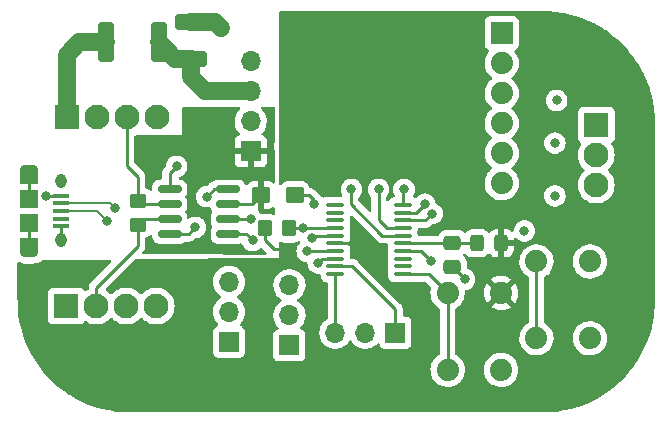
<source format=gbr>
%TF.GenerationSoftware,KiCad,Pcbnew,6.0.11-2627ca5db0~126~ubuntu22.04.1*%
%TF.CreationDate,2023-02-28T15:21:50-05:00*%
%TF.ProjectId,canbus-gpios,63616e62-7573-42d6-9770-696f732e6b69,1.0*%
%TF.SameCoordinates,Original*%
%TF.FileFunction,Copper,L1,Top*%
%TF.FilePolarity,Positive*%
%FSLAX46Y46*%
G04 Gerber Fmt 4.6, Leading zero omitted, Abs format (unit mm)*
G04 Created by KiCad (PCBNEW 6.0.11-2627ca5db0~126~ubuntu22.04.1) date 2023-02-28 15:21:50*
%MOMM*%
%LPD*%
G01*
G04 APERTURE LIST*
G04 Aperture macros list*
%AMRoundRect*
0 Rectangle with rounded corners*
0 $1 Rounding radius*
0 $2 $3 $4 $5 $6 $7 $8 $9 X,Y pos of 4 corners*
0 Add a 4 corners polygon primitive as box body*
4,1,4,$2,$3,$4,$5,$6,$7,$8,$9,$2,$3,0*
0 Add four circle primitives for the rounded corners*
1,1,$1+$1,$2,$3*
1,1,$1+$1,$4,$5*
1,1,$1+$1,$6,$7*
1,1,$1+$1,$8,$9*
0 Add four rect primitives between the rounded corners*
20,1,$1+$1,$2,$3,$4,$5,0*
20,1,$1+$1,$4,$5,$6,$7,0*
20,1,$1+$1,$6,$7,$8,$9,0*
20,1,$1+$1,$8,$9,$2,$3,0*%
G04 Aperture macros list end*
%TA.AperFunction,ComponentPad*%
%ADD10R,2.100000X2.100000*%
%TD*%
%TA.AperFunction,ComponentPad*%
%ADD11C,2.100000*%
%TD*%
%TA.AperFunction,ComponentPad*%
%ADD12R,1.700000X1.700000*%
%TD*%
%TA.AperFunction,ComponentPad*%
%ADD13O,1.700000X1.700000*%
%TD*%
%TA.AperFunction,SMDPad,CuDef*%
%ADD14RoundRect,0.250000X0.450000X-0.350000X0.450000X0.350000X-0.450000X0.350000X-0.450000X-0.350000X0*%
%TD*%
%TA.AperFunction,SMDPad,CuDef*%
%ADD15RoundRect,0.250000X-0.475000X0.337500X-0.475000X-0.337500X0.475000X-0.337500X0.475000X0.337500X0*%
%TD*%
%TA.AperFunction,ComponentPad*%
%ADD16C,1.879600*%
%TD*%
%TA.AperFunction,SMDPad,CuDef*%
%ADD17RoundRect,0.250000X-0.350000X-0.450000X0.350000X-0.450000X0.350000X0.450000X-0.350000X0.450000X0*%
%TD*%
%TA.AperFunction,ComponentPad*%
%ADD18R,1.879600X1.879600*%
%TD*%
%TA.AperFunction,SMDPad,CuDef*%
%ADD19RoundRect,0.250000X-0.400000X-1.450000X0.400000X-1.450000X0.400000X1.450000X-0.400000X1.450000X0*%
%TD*%
%TA.AperFunction,SMDPad,CuDef*%
%ADD20RoundRect,0.250000X-0.537500X-0.425000X0.537500X-0.425000X0.537500X0.425000X-0.537500X0.425000X0*%
%TD*%
%TA.AperFunction,SMDPad,CuDef*%
%ADD21RoundRect,0.250000X1.100000X-0.412500X1.100000X0.412500X-1.100000X0.412500X-1.100000X-0.412500X0*%
%TD*%
%TA.AperFunction,SMDPad,CuDef*%
%ADD22RoundRect,0.100000X0.637500X0.100000X-0.637500X0.100000X-0.637500X-0.100000X0.637500X-0.100000X0*%
%TD*%
%TA.AperFunction,SMDPad,CuDef*%
%ADD23R,1.350000X0.400000*%
%TD*%
%TA.AperFunction,SMDPad,CuDef*%
%ADD24R,1.550000X1.500000*%
%TD*%
%TA.AperFunction,SMDPad,CuDef*%
%ADD25R,1.550000X1.200000*%
%TD*%
%TA.AperFunction,ComponentPad*%
%ADD26O,0.950000X1.250000*%
%TD*%
%TA.AperFunction,ComponentPad*%
%ADD27O,1.550000X0.890000*%
%TD*%
%TA.AperFunction,SMDPad,CuDef*%
%ADD28RoundRect,0.250000X-0.325000X-0.450000X0.325000X-0.450000X0.325000X0.450000X-0.325000X0.450000X0*%
%TD*%
%TA.AperFunction,SMDPad,CuDef*%
%ADD29RoundRect,0.150000X0.825000X0.150000X-0.825000X0.150000X-0.825000X-0.150000X0.825000X-0.150000X0*%
%TD*%
%TA.AperFunction,ViaPad*%
%ADD30C,0.800000*%
%TD*%
%TA.AperFunction,Conductor*%
%ADD31C,0.250000*%
%TD*%
%TA.AperFunction,Conductor*%
%ADD32C,1.500000*%
%TD*%
%TA.AperFunction,Conductor*%
%ADD33C,0.200000*%
%TD*%
G04 APERTURE END LIST*
D10*
%TO.P,J3,1,Pin_1*%
%TO.N,START_RUN*%
X104500000Y-78775000D03*
D11*
%TO.P,J3,2,Pin_2*%
%TO.N,IGNITION_SENSE*%
X104500000Y-81315000D03*
%TO.P,J3,3,Pin_3*%
%TO.N,~{EMERGENCY_STOP}*%
X104500000Y-83855000D03*
%TD*%
D12*
%TO.P,U3,1,Vout*%
%TO.N,+5V*%
X75247300Y-81002600D03*
D13*
%TO.P,U3,2,GND*%
%TO.N,GND*%
X75247300Y-78462600D03*
%TO.P,U3,3,Vin*%
%TO.N,+12V*%
X75247300Y-75922600D03*
%TO.P,U3,4,EN*%
%TO.N,unconnected-(U3-Pad4)*%
X75247300Y-73382600D03*
%TD*%
D12*
%TO.P,JP1,1,A*%
%TO.N,CAN_RX*%
X73400000Y-97140000D03*
D13*
%TO.P,JP1,2,C*%
%TO.N,Net-(JP1-Pad2)*%
X73400000Y-94600000D03*
%TO.P,JP1,3,B*%
%TO.N,USB_D-*%
X73400000Y-92060000D03*
%TD*%
D10*
%TO.P,J5,1,Pin_1*%
%TO.N,+BATT*%
X59625000Y-94100000D03*
D11*
%TO.P,J5,2,Pin_2*%
%TO.N,CANH*%
X62165000Y-94100000D03*
%TO.P,J5,3,Pin_3*%
%TO.N,CANL*%
X64705000Y-94100000D03*
%TO.P,J5,4,Pin_4*%
%TO.N,GND*%
X67245000Y-94100000D03*
%TD*%
D12*
%TO.P,J6,1,Pin_1*%
%TO.N,SWDIO*%
X87490000Y-96350000D03*
D13*
%TO.P,J6,2,Pin_2*%
%TO.N,GND*%
X84950000Y-96350000D03*
%TO.P,J6,3,Pin_3*%
%TO.N,SWDCLK*%
X82410000Y-96350000D03*
%TD*%
D14*
%TO.P,R6,1*%
%TO.N,CANH*%
X65700000Y-87200000D03*
%TO.P,R6,2*%
%TO.N,CANL*%
X65700000Y-85200000D03*
%TD*%
D15*
%TO.P,C3,1*%
%TO.N,/VDDA*%
X92325000Y-88762500D03*
%TO.P,C3,2*%
%TO.N,GND*%
X92325000Y-90837500D03*
%TD*%
D16*
%TO.P,S1,1,1*%
%TO.N,+3V3*%
X96435600Y-92998800D03*
%TO.P,S1,2,1*%
%TO.N,unconnected-(S1-Pad2)*%
X96435600Y-99501200D03*
%TO.P,S1,3,2*%
%TO.N,Net-(R1-Pad1)*%
X91914400Y-92998800D03*
%TO.P,S1,4,2*%
%TO.N,unconnected-(S1-Pad4)*%
X91914400Y-99501200D03*
%TD*%
D17*
%TO.P,R5,1*%
%TO.N,+3V3*%
X76475000Y-87525000D03*
%TO.P,R5,2*%
%TO.N,CAN_STBY*%
X78475000Y-87525000D03*
%TD*%
D18*
%TO.P,J2,1,DTR*%
%TO.N,unconnected-(J2-Pad1)*%
X96500000Y-70990000D03*
D16*
%TO.P,J2,2,RXD*%
%TO.N,RXD2*%
X96500000Y-73530000D03*
%TO.P,J2,3,TXD*%
%TO.N,TXD2*%
X96500000Y-76070000D03*
%TO.P,J2,4,VCC*%
%TO.N,Net-(J2-Pad4)*%
X96500000Y-78610000D03*
%TO.P,J2,5,CTS*%
%TO.N,unconnected-(J2-Pad5)*%
X96500000Y-81150000D03*
%TO.P,J2,6,GND*%
%TO.N,GND*%
X96500000Y-83690000D03*
%TD*%
D19*
%TO.P,F1,1*%
%TO.N,+BATT*%
X63000000Y-71775000D03*
%TO.P,F1,2*%
%TO.N,+12V*%
X67450000Y-71775000D03*
%TD*%
D20*
%TO.P,C6,1*%
%TO.N,+5V*%
X76100000Y-84725000D03*
%TO.P,C6,2*%
%TO.N,GND*%
X78975000Y-84725000D03*
%TD*%
D10*
%TO.P,J4,1,Pin_1*%
%TO.N,+BATT*%
X59660000Y-78075000D03*
D11*
%TO.P,J4,2,Pin_2*%
%TO.N,CANH*%
X62200000Y-78075000D03*
%TO.P,J4,3,Pin_3*%
%TO.N,CANL*%
X64740000Y-78075000D03*
%TO.P,J4,4,Pin_4*%
%TO.N,GND*%
X67280000Y-78075000D03*
%TD*%
D21*
%TO.P,C5,1*%
%TO.N,+12V*%
X70225000Y-73175000D03*
%TO.P,C5,2*%
%TO.N,GND*%
X70225000Y-70050000D03*
%TD*%
D22*
%TO.P,U2,1,PB8*%
%TO.N,Net-(R1-Pad1)*%
X88125000Y-91400000D03*
%TO.P,U2,2,PF0*%
%TO.N,SDA1*%
X88125000Y-90750000D03*
%TO.P,U2,3,PF1*%
%TO.N,SCL1*%
X88125000Y-90100000D03*
%TO.P,U2,4,NRST*%
%TO.N,~{RESET}*%
X88125000Y-89450000D03*
%TO.P,U2,5,VDDA*%
%TO.N,/VDDA*%
X88125000Y-88800000D03*
%TO.P,U2,6,PA0*%
%TO.N,START_RUN_3V*%
X88125000Y-88150000D03*
%TO.P,U2,7,PA1*%
%TO.N,IGNITION_SENSE_3V*%
X88125000Y-87500000D03*
%TO.P,U2,8,PA2*%
%TO.N,TXD2*%
X88125000Y-86850000D03*
%TO.P,U2,9,PA3*%
%TO.N,RXD2*%
X88125000Y-86200000D03*
%TO.P,U2,10,PA4*%
%TO.N,EMERGENCY_STOP_3V*%
X88125000Y-85550000D03*
%TO.P,U2,11,PA5*%
%TO.N,unconnected-(U2-Pad11)*%
X82400000Y-85550000D03*
%TO.P,U2,12,PA6*%
%TO.N,unconnected-(U2-Pad12)*%
X82400000Y-86200000D03*
%TO.P,U2,13,PA7*%
%TO.N,unconnected-(U2-Pad13)*%
X82400000Y-86850000D03*
%TO.P,U2,14,PB1*%
%TO.N,CAN_STBY*%
X82400000Y-87500000D03*
%TO.P,U2,15,VSS*%
%TO.N,GND*%
X82400000Y-88150000D03*
%TO.P,U2,16,VDD*%
%TO.N,+3V3*%
X82400000Y-88800000D03*
%TO.P,U2,17,PA9/PA11*%
%TO.N,Net-(JP1-Pad2)*%
X82400000Y-89450000D03*
%TO.P,U2,18,PA10/PA12*%
%TO.N,Net-(JP2-Pad2)*%
X82400000Y-90100000D03*
%TO.P,U2,19,PA13*%
%TO.N,SWDIO*%
X82400000Y-90750000D03*
%TO.P,U2,20,PA14*%
%TO.N,SWDCLK*%
X82400000Y-91400000D03*
%TD*%
D16*
%TO.P,S2,1,1*%
%TO.N,GND*%
X103960600Y-90323800D03*
%TO.P,S2,2,1*%
%TO.N,unconnected-(S2-Pad2)*%
X103960600Y-96826200D03*
%TO.P,S2,3,2*%
%TO.N,~{RESET}*%
X99439400Y-90323800D03*
%TO.P,S2,4,2*%
%TO.N,unconnected-(S2-Pad4)*%
X99439400Y-96826200D03*
%TD*%
D23*
%TO.P,J1,1,VBUS*%
%TO.N,VBUS*%
X59210000Y-84750000D03*
%TO.P,J1,2,D-*%
%TO.N,USB_D-*%
X59210000Y-85400000D03*
%TO.P,J1,3,D+*%
%TO.N,USB_D+*%
X59210000Y-86050000D03*
%TO.P,J1,4,ID*%
%TO.N,unconnected-(J1-Pad4)*%
X59210000Y-86700000D03*
%TO.P,J1,5,GND*%
%TO.N,GND*%
X59210000Y-87350000D03*
D24*
%TO.P,J1,6,Shield*%
X56510000Y-87050000D03*
X56510000Y-85050000D03*
D25*
X56510000Y-88950000D03*
D26*
X59210000Y-83550000D03*
D27*
X56510000Y-82550000D03*
X56510000Y-89550000D03*
D25*
X56510000Y-83150000D03*
D26*
X59210000Y-88550000D03*
%TD*%
D12*
%TO.P,JP2,1,A*%
%TO.N,CAN_TX*%
X78525000Y-97425000D03*
D13*
%TO.P,JP2,2,C*%
%TO.N,Net-(JP2-Pad2)*%
X78525000Y-94885000D03*
%TO.P,JP2,3,B*%
%TO.N,USB_D+*%
X78525000Y-92345000D03*
%TD*%
D28*
%TO.P,FB1,1*%
%TO.N,/VDDA*%
X94400000Y-88775000D03*
%TO.P,FB1,2*%
%TO.N,+3V3*%
X96450000Y-88775000D03*
%TD*%
D29*
%TO.P,U4,1,TXD*%
%TO.N,CAN_TX*%
X73325000Y-88015000D03*
%TO.P,U4,2,VSS*%
%TO.N,GND*%
X73325000Y-86745000D03*
%TO.P,U4,3,VDD*%
%TO.N,+5V*%
X73325000Y-85475000D03*
%TO.P,U4,4,RXD*%
%TO.N,CAN_RX*%
X73325000Y-84205000D03*
%TO.P,U4,5,Vio*%
%TO.N,+3V3*%
X68375000Y-84205000D03*
%TO.P,U4,6,CANL*%
%TO.N,CANL*%
X68375000Y-85475000D03*
%TO.P,U4,7,CANH*%
%TO.N,CANH*%
X68375000Y-86745000D03*
%TO.P,U4,8,STBY*%
%TO.N,CAN_STBY*%
X68375000Y-88015000D03*
%TD*%
D30*
%TO.N,+3V3*%
X89725000Y-80750000D03*
%TO.N,START_RUN_3V*%
X101150000Y-76700000D03*
%TO.N,+3V3*%
X101075000Y-78700000D03*
%TO.N,IGNITION_SENSE_3V*%
X101000000Y-80300000D03*
%TO.N,+3V3*%
X101100000Y-82550000D03*
%TO.N,EMERGENCY_STOP_3V*%
X101000000Y-84775000D03*
%TO.N,+12V*%
X98425000Y-87750000D03*
%TO.N,START_RUN_3V*%
X83775000Y-84225000D03*
%TO.N,IGNITION_SENSE_3V*%
X86075000Y-84225000D03*
%TO.N,EMERGENCY_STOP_3V*%
X88225000Y-84225000D03*
%TO.N,GND*%
X80450000Y-88350000D03*
X72725000Y-70575000D03*
X93350000Y-91850000D03*
X80600000Y-85425000D03*
X75300000Y-86775000D03*
%TO.N,+3V3*%
X78150000Y-80600000D03*
X85100000Y-88800000D03*
X92999500Y-81725000D03*
X78750000Y-89250000D03*
X68975000Y-82275000D03*
%TO.N,VBUS*%
X57884502Y-84775000D03*
%TO.N,USB_D-*%
X63750000Y-85825000D03*
%TO.N,USB_D+*%
X63050000Y-86875000D03*
%TO.N,CAN_RX*%
X71525000Y-84850000D03*
%TO.N,Net-(JP1-Pad2)*%
X80025000Y-89475000D03*
%TO.N,CAN_TX*%
X75400000Y-88550000D03*
%TO.N,Net-(JP2-Pad2)*%
X80950000Y-90450000D03*
%TO.N,CAN_STBY*%
X70550000Y-87450000D03*
X79650000Y-87500000D03*
%TO.N,TXD2*%
X90600000Y-86275000D03*
%TO.N,RXD2*%
X89990592Y-85482770D03*
%TO.N,~{RESET}*%
X90475000Y-90300000D03*
%TD*%
D31*
%TO.N,START_RUN_3V*%
X86400000Y-88150000D02*
X83725000Y-85475000D01*
X88125000Y-88150000D02*
X86400000Y-88150000D01*
X83725000Y-85475000D02*
X83725000Y-84275000D01*
X83725000Y-84275000D02*
X83775000Y-84225000D01*
%TO.N,IGNITION_SENSE_3V*%
X88125000Y-87500000D02*
X86750000Y-87500000D01*
X86750000Y-87500000D02*
X86075000Y-86825000D01*
X86075000Y-86825000D02*
X86075000Y-84225000D01*
%TO.N,EMERGENCY_STOP_3V*%
X88125000Y-85550000D02*
X88125000Y-84325000D01*
X88125000Y-84325000D02*
X88225000Y-84225000D01*
D32*
%TO.N,GND*%
X70225000Y-70050000D02*
X72200000Y-70050000D01*
D31*
X75300000Y-86775000D02*
X73355000Y-86775000D01*
X92337500Y-90837500D02*
X93350000Y-91850000D01*
D32*
X72200000Y-70050000D02*
X72725000Y-70575000D01*
D31*
X78975000Y-84725000D02*
X80175000Y-84725000D01*
X80600000Y-85150000D02*
X80600000Y-85425000D01*
X73355000Y-86775000D02*
X73325000Y-86745000D01*
X92325000Y-90837500D02*
X92337500Y-90837500D01*
X80175000Y-84725000D02*
X80600000Y-85150000D01*
X56510000Y-87050000D02*
X56510000Y-89550000D01*
X56510000Y-85050000D02*
X56510000Y-82550000D01*
X59210000Y-87350000D02*
X59210000Y-88550000D01*
X80650000Y-88150000D02*
X80450000Y-88350000D01*
X82400000Y-88150000D02*
X80650000Y-88150000D01*
%TO.N,+3V3*%
X77175000Y-89250000D02*
X76475000Y-88550000D01*
X68375000Y-82875000D02*
X68975000Y-82275000D01*
X68375000Y-84205000D02*
X68375000Y-82875000D01*
X76475000Y-88550000D02*
X76475000Y-87525000D01*
X82400000Y-88800000D02*
X84700000Y-88800000D01*
X84700000Y-88800000D02*
X85100000Y-88800000D01*
X78750000Y-89250000D02*
X77175000Y-89250000D01*
D32*
%TO.N,+12V*%
X71397600Y-75922600D02*
X75247300Y-75922600D01*
X67450000Y-71775000D02*
X68850000Y-73175000D01*
X68850000Y-73175000D02*
X70225000Y-73175000D01*
X70225000Y-74750000D02*
X71397600Y-75922600D01*
X70225000Y-73175000D02*
X70225000Y-74750000D01*
D31*
%TO.N,+5V*%
X73325000Y-85475000D02*
X75350000Y-85475000D01*
X75350000Y-85475000D02*
X76100000Y-84725000D01*
%TO.N,+BATT*%
X59625000Y-78110000D02*
X59660000Y-78075000D01*
D32*
X59660000Y-72840000D02*
X60725000Y-71775000D01*
X59660000Y-78075000D02*
X59660000Y-72840000D01*
X60725000Y-71775000D02*
X63000000Y-71775000D01*
D31*
%TO.N,VBUS*%
X57909502Y-84750000D02*
X57884502Y-84775000D01*
X59210000Y-84750000D02*
X57909502Y-84750000D01*
D33*
%TO.N,USB_D-*%
X59210000Y-85400000D02*
X63325000Y-85400000D01*
X63325000Y-85400000D02*
X63750000Y-85825000D01*
%TO.N,USB_D+*%
X62225000Y-86050000D02*
X63050000Y-86875000D01*
X59210000Y-86050000D02*
X62225000Y-86050000D01*
D31*
%TO.N,CANH*%
X65700000Y-87200000D02*
X65700000Y-89000000D01*
X65700000Y-89000000D02*
X62165000Y-92535000D01*
X66155000Y-86745000D02*
X65700000Y-87200000D01*
X68375000Y-86745000D02*
X66155000Y-86745000D01*
X62165000Y-92535000D02*
X62165000Y-94100000D01*
%TO.N,CANL*%
X64740000Y-82240000D02*
X64740000Y-78075000D01*
X65700000Y-83200000D02*
X64740000Y-82240000D01*
X65700000Y-85200000D02*
X65700000Y-83200000D01*
X68375000Y-85475000D02*
X65975000Y-85475000D01*
X65975000Y-85475000D02*
X65700000Y-85200000D01*
%TO.N,CAN_RX*%
X73325000Y-84205000D02*
X72170000Y-84205000D01*
X72170000Y-84205000D02*
X71525000Y-84850000D01*
%TO.N,Net-(JP1-Pad2)*%
X80050000Y-89450000D02*
X82400000Y-89450000D01*
X80025000Y-89475000D02*
X80050000Y-89450000D01*
%TO.N,CAN_TX*%
X74865000Y-88015000D02*
X75400000Y-88550000D01*
X73325000Y-88015000D02*
X74865000Y-88015000D01*
%TO.N,Net-(JP2-Pad2)*%
X81300000Y-90100000D02*
X80950000Y-90450000D01*
X82400000Y-90100000D02*
X81300000Y-90100000D01*
%TO.N,Net-(R1-Pad1)*%
X88125000Y-91400000D02*
X90315600Y-91400000D01*
X91914400Y-92998800D02*
X91914400Y-99501200D01*
X90315600Y-91400000D02*
X91914400Y-92998800D01*
%TO.N,CAN_STBY*%
X68375000Y-88015000D02*
X69985000Y-88015000D01*
X78475000Y-87525000D02*
X79625000Y-87525000D01*
X69985000Y-88015000D02*
X70550000Y-87450000D01*
X79625000Y-87525000D02*
X79650000Y-87500000D01*
X78100000Y-87500000D02*
X79650000Y-87500000D01*
X82400000Y-87500000D02*
X79650000Y-87500000D01*
%TO.N,TXD2*%
X90025000Y-86850000D02*
X90600000Y-86275000D01*
X88125000Y-86850000D02*
X90025000Y-86850000D01*
%TO.N,RXD2*%
X89273362Y-86200000D02*
X89990592Y-85482770D01*
X88125000Y-86200000D02*
X89273362Y-86200000D01*
%TO.N,SWDIO*%
X82400000Y-90750000D02*
X83850000Y-90750000D01*
X83850000Y-90750000D02*
X87490000Y-94390000D01*
X87490000Y-94390000D02*
X87490000Y-96350000D01*
%TO.N,SWDCLK*%
X82400000Y-91400000D02*
X82410000Y-91410000D01*
X82410000Y-91410000D02*
X82410000Y-96350000D01*
%TO.N,~{RESET}*%
X89625000Y-89450000D02*
X90475000Y-90300000D01*
X99439400Y-90323800D02*
X99439400Y-96826200D01*
X88125000Y-89450000D02*
X89625000Y-89450000D01*
%TO.N,/VDDA*%
X92287500Y-88800000D02*
X92325000Y-88762500D01*
X88125000Y-88800000D02*
X92287500Y-88800000D01*
X94400000Y-88775000D02*
X92337500Y-88775000D01*
X92337500Y-88775000D02*
X92325000Y-88762500D01*
%TD*%
%TA.AperFunction,Conductor*%
%TO.N,+5V*%
G36*
X77266451Y-77245371D02*
G01*
X77313281Y-77298733D01*
X77325000Y-77351797D01*
X77325000Y-80181961D01*
X77315143Y-80228337D01*
X77315473Y-80228444D01*
X77256458Y-80410072D01*
X77236496Y-80600000D01*
X77256458Y-80789928D01*
X77314454Y-80968420D01*
X77315473Y-80971556D01*
X77315143Y-80971663D01*
X77325000Y-81018039D01*
X77325000Y-83611515D01*
X77304998Y-83679636D01*
X77251342Y-83726129D01*
X77181068Y-83736233D01*
X77120908Y-83710397D01*
X77104260Y-83697249D01*
X76966257Y-83612184D01*
X76953076Y-83606037D01*
X76798790Y-83554862D01*
X76785414Y-83551995D01*
X76691062Y-83542328D01*
X76684645Y-83542000D01*
X76372115Y-83542000D01*
X76356876Y-83546475D01*
X76355671Y-83547865D01*
X76354000Y-83555548D01*
X76354000Y-85889884D01*
X76358475Y-85905123D01*
X76359865Y-85906328D01*
X76367548Y-85907999D01*
X76684595Y-85907999D01*
X76691114Y-85907662D01*
X76786706Y-85897743D01*
X76800100Y-85894851D01*
X76954284Y-85843412D01*
X76967462Y-85837239D01*
X77105312Y-85751934D01*
X77120738Y-85739708D01*
X77186548Y-85713072D01*
X77256312Y-85726244D01*
X77307880Y-85775042D01*
X77325000Y-85838455D01*
X77325000Y-86268699D01*
X77304998Y-86336820D01*
X77251342Y-86383313D01*
X77181068Y-86393417D01*
X77149624Y-86384048D01*
X77147738Y-86382885D01*
X77140793Y-86380582D01*
X77140790Y-86380580D01*
X76986389Y-86329368D01*
X76986387Y-86329368D01*
X76979861Y-86327203D01*
X76973025Y-86326503D01*
X76973022Y-86326502D01*
X76929969Y-86322091D01*
X76875400Y-86316500D01*
X76157076Y-86316500D01*
X76088955Y-86296498D01*
X76047958Y-86253502D01*
X76042341Y-86243774D01*
X76039040Y-86238056D01*
X75922388Y-86108500D01*
X75915675Y-86101045D01*
X75915674Y-86101044D01*
X75911253Y-86096134D01*
X75878093Y-86072041D01*
X75834739Y-86015820D01*
X75828664Y-85945084D01*
X75840003Y-85922020D01*
X75846000Y-85894452D01*
X75846000Y-83560116D01*
X75841525Y-83544877D01*
X75840135Y-83543672D01*
X75832452Y-83542001D01*
X75515405Y-83542001D01*
X75508886Y-83542338D01*
X75413294Y-83552257D01*
X75399900Y-83555149D01*
X75245716Y-83606588D01*
X75232538Y-83612761D01*
X75094693Y-83698063D01*
X75083292Y-83707099D01*
X74963590Y-83827009D01*
X74961681Y-83825103D01*
X74913976Y-83858925D01*
X74843053Y-83862156D01*
X74781641Y-83826531D01*
X74759711Y-83793347D01*
X74759145Y-83791399D01*
X74751323Y-83778172D01*
X74678491Y-83655020D01*
X74678489Y-83655017D01*
X74674453Y-83648193D01*
X74556807Y-83530547D01*
X74549983Y-83526511D01*
X74549980Y-83526509D01*
X74420427Y-83449892D01*
X74420428Y-83449892D01*
X74413601Y-83445855D01*
X74405990Y-83443644D01*
X74405988Y-83443643D01*
X74343541Y-83425501D01*
X74253831Y-83399438D01*
X74247426Y-83398934D01*
X74247421Y-83398933D01*
X74218958Y-83396693D01*
X74218950Y-83396693D01*
X74216502Y-83396500D01*
X72433498Y-83396500D01*
X72431050Y-83396693D01*
X72431042Y-83396693D01*
X72402579Y-83398933D01*
X72402574Y-83398934D01*
X72396169Y-83399438D01*
X72306459Y-83425501D01*
X72244012Y-83443643D01*
X72244010Y-83443644D01*
X72236399Y-83445855D01*
X72229572Y-83449892D01*
X72229573Y-83449892D01*
X72100020Y-83526509D01*
X72100017Y-83526511D01*
X72093193Y-83530547D01*
X72069194Y-83554546D01*
X72013675Y-83586214D01*
X72011203Y-83586526D01*
X72003834Y-83589443D01*
X72003832Y-83589444D01*
X71970092Y-83602802D01*
X71958865Y-83606646D01*
X71916407Y-83618982D01*
X71909581Y-83623019D01*
X71898972Y-83629293D01*
X71881224Y-83637988D01*
X71862383Y-83645448D01*
X71855967Y-83650110D01*
X71855966Y-83650110D01*
X71826613Y-83671436D01*
X71816693Y-83677952D01*
X71785465Y-83696420D01*
X71785462Y-83696422D01*
X71778638Y-83700458D01*
X71764317Y-83714779D01*
X71749284Y-83727619D01*
X71732893Y-83739528D01*
X71727840Y-83745636D01*
X71704708Y-83773598D01*
X71696718Y-83782378D01*
X71574501Y-83904595D01*
X71512189Y-83938621D01*
X71485406Y-83941500D01*
X71429513Y-83941500D01*
X71423061Y-83942872D01*
X71423056Y-83942872D01*
X71336113Y-83961353D01*
X71242712Y-83981206D01*
X71236682Y-83983891D01*
X71236681Y-83983891D01*
X71074278Y-84056197D01*
X71074276Y-84056198D01*
X71068248Y-84058882D01*
X70913747Y-84171134D01*
X70909326Y-84176044D01*
X70909325Y-84176045D01*
X70813267Y-84282729D01*
X70785960Y-84313056D01*
X70749820Y-84375652D01*
X70701797Y-84458831D01*
X70690473Y-84478444D01*
X70631458Y-84660072D01*
X70630768Y-84666633D01*
X70630768Y-84666635D01*
X70617644Y-84791502D01*
X70611496Y-84850000D01*
X70612186Y-84856565D01*
X70628372Y-85010562D01*
X70631458Y-85039928D01*
X70690473Y-85221556D01*
X70693776Y-85227278D01*
X70693777Y-85227279D01*
X70727686Y-85286010D01*
X70785960Y-85386944D01*
X70790378Y-85391851D01*
X70790379Y-85391852D01*
X70909325Y-85523955D01*
X70913747Y-85528866D01*
X71068248Y-85641118D01*
X71074276Y-85643802D01*
X71074278Y-85643803D01*
X71186929Y-85693958D01*
X71242712Y-85718794D01*
X71336113Y-85738647D01*
X71423056Y-85757128D01*
X71423061Y-85757128D01*
X71429513Y-85758500D01*
X71620487Y-85758500D01*
X71626939Y-85757128D01*
X71626944Y-85757128D01*
X71708896Y-85739708D01*
X71725494Y-85736180D01*
X71796284Y-85741582D01*
X71852916Y-85784399D01*
X71872687Y-85824273D01*
X71889107Y-85880790D01*
X71895352Y-85895221D01*
X71971911Y-86024677D01*
X71977871Y-86032360D01*
X72003820Y-86098444D01*
X71989922Y-86168067D01*
X71979579Y-86184161D01*
X71975547Y-86188193D01*
X71890855Y-86331399D01*
X71888644Y-86339010D01*
X71888643Y-86339012D01*
X71881981Y-86361944D01*
X71844438Y-86491169D01*
X71843934Y-86497574D01*
X71843933Y-86497579D01*
X71842587Y-86514687D01*
X71841500Y-86528498D01*
X71841500Y-86961502D01*
X71844438Y-86998831D01*
X71890855Y-87158601D01*
X71975547Y-87301807D01*
X71978229Y-87304489D01*
X72003502Y-87368861D01*
X71989600Y-87438484D01*
X71979428Y-87454312D01*
X71975547Y-87458193D01*
X71890855Y-87601399D01*
X71844438Y-87761169D01*
X71841500Y-87798498D01*
X71841500Y-88231502D01*
X71844438Y-88268831D01*
X71890855Y-88428601D01*
X71898677Y-88441827D01*
X71971509Y-88564980D01*
X71971511Y-88564983D01*
X71975547Y-88571807D01*
X72093193Y-88689453D01*
X72100017Y-88693489D01*
X72100020Y-88693491D01*
X72174598Y-88737596D01*
X72236399Y-88774145D01*
X72244010Y-88776356D01*
X72244012Y-88776357D01*
X72296231Y-88791528D01*
X72396169Y-88820562D01*
X72402574Y-88821066D01*
X72402579Y-88821067D01*
X72431042Y-88823307D01*
X72431050Y-88823307D01*
X72433498Y-88823500D01*
X74216502Y-88823500D01*
X74218950Y-88823307D01*
X74218958Y-88823307D01*
X74247421Y-88821067D01*
X74247426Y-88821066D01*
X74253831Y-88820562D01*
X74260003Y-88818769D01*
X74260008Y-88818768D01*
X74325149Y-88799843D01*
X74391355Y-88780608D01*
X74462349Y-88780811D01*
X74521966Y-88819365D01*
X74546339Y-88862668D01*
X74565473Y-88921556D01*
X74660960Y-89086944D01*
X74665378Y-89091851D01*
X74665379Y-89091852D01*
X74693295Y-89122856D01*
X74788747Y-89228866D01*
X74873020Y-89290094D01*
X74911110Y-89317768D01*
X74943248Y-89341118D01*
X74949276Y-89343802D01*
X74949278Y-89343803D01*
X75111681Y-89416109D01*
X75117712Y-89418794D01*
X75211112Y-89438647D01*
X75298056Y-89457128D01*
X75298061Y-89457128D01*
X75304513Y-89458500D01*
X75495487Y-89458500D01*
X75501939Y-89457128D01*
X75501944Y-89457128D01*
X75588888Y-89438647D01*
X75682288Y-89418794D01*
X75688319Y-89416109D01*
X75850722Y-89343803D01*
X75850724Y-89343802D01*
X75856752Y-89341118D01*
X75888891Y-89317768D01*
X76002728Y-89235060D01*
X76011253Y-89228866D01*
X76039299Y-89197718D01*
X76099745Y-89160479D01*
X76170729Y-89161831D01*
X76222030Y-89192934D01*
X76562739Y-89533643D01*
X76596765Y-89595955D01*
X76591700Y-89666770D01*
X76549153Y-89723606D01*
X76482633Y-89748417D01*
X76473457Y-89748738D01*
X69330670Y-89738157D01*
X66166438Y-89733469D01*
X66098348Y-89713366D01*
X66051935Y-89659641D01*
X66041935Y-89589353D01*
X66071524Y-89524816D01*
X66077531Y-89518374D01*
X66092253Y-89503652D01*
X66100539Y-89496112D01*
X66107018Y-89492000D01*
X66153644Y-89442348D01*
X66156398Y-89439507D01*
X66176135Y-89419770D01*
X66178615Y-89416573D01*
X66186320Y-89407551D01*
X66211159Y-89381100D01*
X66216586Y-89375321D01*
X66220405Y-89368375D01*
X66220407Y-89368372D01*
X66226348Y-89357566D01*
X66237199Y-89341047D01*
X66244758Y-89331301D01*
X66249614Y-89325041D01*
X66252759Y-89317772D01*
X66252762Y-89317768D01*
X66267174Y-89284463D01*
X66272391Y-89273813D01*
X66293695Y-89235060D01*
X66298733Y-89215437D01*
X66305137Y-89196734D01*
X66310033Y-89185420D01*
X66310033Y-89185419D01*
X66313181Y-89178145D01*
X66314420Y-89170322D01*
X66314423Y-89170312D01*
X66320099Y-89134476D01*
X66322505Y-89122856D01*
X66331528Y-89087711D01*
X66331528Y-89087710D01*
X66333500Y-89080030D01*
X66333500Y-89059776D01*
X66335051Y-89040065D01*
X66336980Y-89027886D01*
X66338220Y-89020057D01*
X66334059Y-88976038D01*
X66333500Y-88964181D01*
X66333500Y-88379197D01*
X66353502Y-88311076D01*
X66407158Y-88264583D01*
X66419623Y-88259674D01*
X66467002Y-88243867D01*
X66467004Y-88243866D01*
X66473946Y-88241550D01*
X66490184Y-88231502D01*
X66618120Y-88152332D01*
X66624348Y-88148478D01*
X66629521Y-88143296D01*
X66629526Y-88143292D01*
X66676327Y-88096409D01*
X66738609Y-88062329D01*
X66809429Y-88067332D01*
X66866302Y-88109829D01*
X66891171Y-88176327D01*
X66891500Y-88185426D01*
X66891500Y-88231502D01*
X66894438Y-88268831D01*
X66940855Y-88428601D01*
X66948677Y-88441827D01*
X67021509Y-88564980D01*
X67021511Y-88564983D01*
X67025547Y-88571807D01*
X67143193Y-88689453D01*
X67150017Y-88693489D01*
X67150020Y-88693491D01*
X67224598Y-88737596D01*
X67286399Y-88774145D01*
X67294010Y-88776356D01*
X67294012Y-88776357D01*
X67346231Y-88791528D01*
X67446169Y-88820562D01*
X67452574Y-88821066D01*
X67452579Y-88821067D01*
X67481042Y-88823307D01*
X67481050Y-88823307D01*
X67483498Y-88823500D01*
X69266502Y-88823500D01*
X69268950Y-88823307D01*
X69268958Y-88823307D01*
X69297421Y-88821067D01*
X69297426Y-88821066D01*
X69303831Y-88820562D01*
X69403769Y-88791528D01*
X69455988Y-88776357D01*
X69455990Y-88776356D01*
X69463601Y-88774145D01*
X69525402Y-88737596D01*
X69599980Y-88693491D01*
X69599983Y-88693489D01*
X69606807Y-88689453D01*
X69612416Y-88683844D01*
X69618675Y-88678989D01*
X69619844Y-88680496D01*
X69673167Y-88651379D01*
X69699950Y-88648500D01*
X69906233Y-88648500D01*
X69917416Y-88649027D01*
X69924909Y-88650702D01*
X69932835Y-88650453D01*
X69932836Y-88650453D01*
X69992986Y-88648562D01*
X69996945Y-88648500D01*
X70024856Y-88648500D01*
X70028791Y-88648003D01*
X70028856Y-88647995D01*
X70040693Y-88647062D01*
X70072951Y-88646048D01*
X70076970Y-88645922D01*
X70084889Y-88645673D01*
X70104343Y-88640021D01*
X70123700Y-88636013D01*
X70135930Y-88634468D01*
X70135931Y-88634468D01*
X70143797Y-88633474D01*
X70151168Y-88630555D01*
X70151170Y-88630555D01*
X70184912Y-88617196D01*
X70196142Y-88613351D01*
X70230983Y-88603229D01*
X70230984Y-88603229D01*
X70238593Y-88601018D01*
X70245412Y-88596985D01*
X70245417Y-88596983D01*
X70256028Y-88590707D01*
X70273776Y-88582012D01*
X70292617Y-88574552D01*
X70328387Y-88548564D01*
X70338307Y-88542048D01*
X70369535Y-88523580D01*
X70369538Y-88523578D01*
X70376362Y-88519542D01*
X70390683Y-88505221D01*
X70405717Y-88492380D01*
X70415694Y-88485131D01*
X70422107Y-88480472D01*
X70450298Y-88446395D01*
X70458288Y-88437616D01*
X70500499Y-88395405D01*
X70562811Y-88361379D01*
X70589594Y-88358500D01*
X70645487Y-88358500D01*
X70651939Y-88357128D01*
X70651944Y-88357128D01*
X70738888Y-88338647D01*
X70832288Y-88318794D01*
X70849623Y-88311076D01*
X71000722Y-88243803D01*
X71000724Y-88243802D01*
X71006752Y-88241118D01*
X71161253Y-88128866D01*
X71178394Y-88109829D01*
X71284621Y-87991852D01*
X71284622Y-87991851D01*
X71289040Y-87986944D01*
X71384527Y-87821556D01*
X71443542Y-87639928D01*
X71446792Y-87609012D01*
X71462814Y-87456565D01*
X71463504Y-87450000D01*
X71448030Y-87302775D01*
X71444232Y-87266635D01*
X71444232Y-87266633D01*
X71443542Y-87260072D01*
X71384527Y-87078444D01*
X71289040Y-86913056D01*
X71260686Y-86881565D01*
X71165675Y-86776045D01*
X71165674Y-86776044D01*
X71161253Y-86771134D01*
X71047673Y-86688613D01*
X71012094Y-86662763D01*
X71012093Y-86662762D01*
X71006752Y-86658882D01*
X71000724Y-86656198D01*
X71000722Y-86656197D01*
X70838319Y-86583891D01*
X70838318Y-86583891D01*
X70832288Y-86581206D01*
X70738888Y-86561353D01*
X70651944Y-86542872D01*
X70651939Y-86542872D01*
X70645487Y-86541500D01*
X70454513Y-86541500D01*
X70448061Y-86542872D01*
X70448056Y-86542872D01*
X70361112Y-86561353D01*
X70267712Y-86581206D01*
X70261682Y-86583891D01*
X70261681Y-86583891D01*
X70099278Y-86656197D01*
X70099276Y-86656198D01*
X70093248Y-86658882D01*
X70058559Y-86684085D01*
X69991694Y-86707942D01*
X69922543Y-86691862D01*
X69873062Y-86640949D01*
X69858500Y-86582148D01*
X69858500Y-86528498D01*
X69857413Y-86514687D01*
X69856067Y-86497579D01*
X69856066Y-86497574D01*
X69855562Y-86491169D01*
X69818019Y-86361944D01*
X69811357Y-86339012D01*
X69811356Y-86339010D01*
X69809145Y-86331399D01*
X69724453Y-86188193D01*
X69721771Y-86185511D01*
X69696498Y-86121139D01*
X69710400Y-86051516D01*
X69720572Y-86035688D01*
X69724453Y-86031807D01*
X69809145Y-85888601D01*
X69811415Y-85880790D01*
X69839418Y-85784399D01*
X69855562Y-85728831D01*
X69856564Y-85716109D01*
X69858307Y-85693958D01*
X69858307Y-85693950D01*
X69858500Y-85691502D01*
X69858500Y-85258498D01*
X69855562Y-85221169D01*
X69809145Y-85061399D01*
X69724453Y-84918193D01*
X69721771Y-84915511D01*
X69696498Y-84851139D01*
X69710400Y-84781516D01*
X69720572Y-84765688D01*
X69724453Y-84761807D01*
X69809145Y-84618601D01*
X69855562Y-84458831D01*
X69858500Y-84421502D01*
X69858500Y-83988498D01*
X69858307Y-83986042D01*
X69856067Y-83957579D01*
X69856066Y-83957574D01*
X69855562Y-83951169D01*
X69809145Y-83791399D01*
X69771426Y-83727620D01*
X69728491Y-83655020D01*
X69728489Y-83655017D01*
X69724453Y-83648193D01*
X69606807Y-83530547D01*
X69599983Y-83526511D01*
X69599980Y-83526509D01*
X69470427Y-83449892D01*
X69470428Y-83449892D01*
X69463601Y-83445855D01*
X69455990Y-83443644D01*
X69455988Y-83443643D01*
X69393541Y-83425501D01*
X69303831Y-83399438D01*
X69297426Y-83398934D01*
X69297421Y-83398933D01*
X69268956Y-83396693D01*
X69268952Y-83396693D01*
X69266502Y-83396500D01*
X69264029Y-83396500D01*
X69262166Y-83396427D01*
X69194881Y-83373773D01*
X69150525Y-83318337D01*
X69143181Y-83247722D01*
X69175181Y-83184345D01*
X69240901Y-83147278D01*
X69250826Y-83145168D01*
X69250830Y-83145167D01*
X69257288Y-83143794D01*
X69337616Y-83108030D01*
X69425722Y-83068803D01*
X69425724Y-83068802D01*
X69431752Y-83066118D01*
X69438384Y-83061300D01*
X69538091Y-82988858D01*
X69586253Y-82953866D01*
X69592969Y-82946407D01*
X69709621Y-82816852D01*
X69709622Y-82816851D01*
X69714040Y-82811944D01*
X69802018Y-82659562D01*
X69806223Y-82652279D01*
X69806224Y-82652278D01*
X69809527Y-82646556D01*
X69868542Y-82464928D01*
X69871785Y-82434079D01*
X69887814Y-82281565D01*
X69888504Y-82275000D01*
X69868542Y-82085072D01*
X69809527Y-81903444D01*
X69805962Y-81897269D01*
X73889301Y-81897269D01*
X73889671Y-81904090D01*
X73895195Y-81954952D01*
X73898821Y-81970204D01*
X73943976Y-82090654D01*
X73952514Y-82106249D01*
X74029015Y-82208324D01*
X74041576Y-82220885D01*
X74143651Y-82297386D01*
X74159246Y-82305924D01*
X74279694Y-82351078D01*
X74294949Y-82354705D01*
X74345814Y-82360231D01*
X74352628Y-82360600D01*
X74975185Y-82360600D01*
X74990424Y-82356125D01*
X74991629Y-82354735D01*
X74993300Y-82347052D01*
X74993300Y-82342484D01*
X75501300Y-82342484D01*
X75505775Y-82357723D01*
X75507165Y-82358928D01*
X75514848Y-82360599D01*
X76141969Y-82360599D01*
X76148790Y-82360229D01*
X76199652Y-82354705D01*
X76214904Y-82351079D01*
X76335354Y-82305924D01*
X76350949Y-82297386D01*
X76453024Y-82220885D01*
X76465585Y-82208324D01*
X76542086Y-82106249D01*
X76550624Y-82090654D01*
X76595778Y-81970206D01*
X76599405Y-81954951D01*
X76604931Y-81904086D01*
X76605300Y-81897272D01*
X76605300Y-81274715D01*
X76600825Y-81259476D01*
X76599435Y-81258271D01*
X76591752Y-81256600D01*
X75519415Y-81256600D01*
X75504176Y-81261075D01*
X75502971Y-81262465D01*
X75501300Y-81270148D01*
X75501300Y-82342484D01*
X74993300Y-82342484D01*
X74993300Y-81274715D01*
X74988825Y-81259476D01*
X74987435Y-81258271D01*
X74979752Y-81256600D01*
X73907416Y-81256600D01*
X73892177Y-81261075D01*
X73890972Y-81262465D01*
X73889301Y-81270148D01*
X73889301Y-81897269D01*
X69805962Y-81897269D01*
X69714040Y-81738056D01*
X69586253Y-81596134D01*
X69431752Y-81483882D01*
X69425724Y-81481198D01*
X69425722Y-81481197D01*
X69263319Y-81408891D01*
X69263318Y-81408891D01*
X69257288Y-81406206D01*
X69163888Y-81386353D01*
X69076944Y-81367872D01*
X69076939Y-81367872D01*
X69070487Y-81366500D01*
X68879513Y-81366500D01*
X68873061Y-81367872D01*
X68873056Y-81367872D01*
X68786112Y-81386353D01*
X68692712Y-81406206D01*
X68686682Y-81408891D01*
X68686681Y-81408891D01*
X68524278Y-81481197D01*
X68524276Y-81481198D01*
X68518248Y-81483882D01*
X68363747Y-81596134D01*
X68235960Y-81738056D01*
X68140473Y-81903444D01*
X68081458Y-82085072D01*
X68080768Y-82091633D01*
X68080768Y-82091635D01*
X68064093Y-82250292D01*
X68037080Y-82315949D01*
X68027878Y-82326217D01*
X67982747Y-82371348D01*
X67974461Y-82378888D01*
X67967982Y-82383000D01*
X67962557Y-82388777D01*
X67921357Y-82432651D01*
X67918602Y-82435493D01*
X67898865Y-82455230D01*
X67896385Y-82458427D01*
X67888682Y-82467447D01*
X67858414Y-82499679D01*
X67854595Y-82506625D01*
X67854593Y-82506628D01*
X67848652Y-82517434D01*
X67837801Y-82533953D01*
X67825386Y-82549959D01*
X67822241Y-82557228D01*
X67822238Y-82557232D01*
X67807826Y-82590537D01*
X67802609Y-82601187D01*
X67781305Y-82639940D01*
X67779334Y-82647615D01*
X67779334Y-82647616D01*
X67776267Y-82659562D01*
X67769863Y-82678266D01*
X67761819Y-82696855D01*
X67760580Y-82704678D01*
X67760577Y-82704688D01*
X67754901Y-82740524D01*
X67752495Y-82752144D01*
X67743472Y-82787289D01*
X67741500Y-82794970D01*
X67741500Y-82815224D01*
X67739949Y-82834934D01*
X67736780Y-82854943D01*
X67737526Y-82862835D01*
X67740941Y-82898961D01*
X67741500Y-82910819D01*
X67741500Y-83270500D01*
X67721498Y-83338621D01*
X67667842Y-83385114D01*
X67615500Y-83396500D01*
X67483498Y-83396500D01*
X67481050Y-83396693D01*
X67481042Y-83396693D01*
X67452579Y-83398933D01*
X67452574Y-83398934D01*
X67446169Y-83399438D01*
X67356459Y-83425501D01*
X67294012Y-83443643D01*
X67294010Y-83443644D01*
X67286399Y-83445855D01*
X67279572Y-83449892D01*
X67279573Y-83449892D01*
X67150020Y-83526509D01*
X67150017Y-83526511D01*
X67143193Y-83530547D01*
X67025547Y-83648193D01*
X67021511Y-83655017D01*
X67021509Y-83655020D01*
X66978574Y-83727620D01*
X66940855Y-83791399D01*
X66894438Y-83951169D01*
X66893934Y-83957574D01*
X66893933Y-83957579D01*
X66891693Y-83986042D01*
X66891500Y-83988498D01*
X66891500Y-84214608D01*
X66871498Y-84282729D01*
X66817842Y-84329222D01*
X66747568Y-84339326D01*
X66682988Y-84309832D01*
X66676483Y-84303781D01*
X66628488Y-84255870D01*
X66628483Y-84255866D01*
X66623303Y-84250695D01*
X66617072Y-84246854D01*
X66478968Y-84161725D01*
X66478966Y-84161724D01*
X66472738Y-84157885D01*
X66419832Y-84140337D01*
X66361473Y-84099906D01*
X66334236Y-84034342D01*
X66333500Y-84020744D01*
X66333500Y-83278767D01*
X66334027Y-83267584D01*
X66335702Y-83260091D01*
X66333562Y-83192014D01*
X66333500Y-83188055D01*
X66333500Y-83160144D01*
X66332995Y-83156144D01*
X66332062Y-83144301D01*
X66330922Y-83108030D01*
X66330673Y-83100111D01*
X66325021Y-83080657D01*
X66321013Y-83061300D01*
X66319468Y-83049070D01*
X66319468Y-83049069D01*
X66318474Y-83041203D01*
X66315555Y-83033830D01*
X66302196Y-83000088D01*
X66298351Y-82988858D01*
X66288229Y-82954017D01*
X66288229Y-82954016D01*
X66286018Y-82946407D01*
X66281985Y-82939588D01*
X66281983Y-82939583D01*
X66275707Y-82928972D01*
X66267012Y-82911224D01*
X66259552Y-82892383D01*
X66238085Y-82862835D01*
X66233564Y-82856613D01*
X66227048Y-82846693D01*
X66208580Y-82815465D01*
X66208578Y-82815462D01*
X66204542Y-82808638D01*
X66190221Y-82794317D01*
X66177380Y-82779283D01*
X66170131Y-82769306D01*
X66165472Y-82762893D01*
X66159368Y-82757843D01*
X66159363Y-82757838D01*
X66131402Y-82734707D01*
X66122621Y-82726717D01*
X65410404Y-82014499D01*
X65376379Y-81952187D01*
X65373500Y-81925404D01*
X65373500Y-79783874D01*
X65393502Y-79715753D01*
X65447158Y-79669260D01*
X65498436Y-79657878D01*
X67353689Y-79642244D01*
X69381887Y-79625153D01*
X69381888Y-79625153D01*
X69400000Y-79625000D01*
X69400000Y-77400207D01*
X69420002Y-77332086D01*
X69473658Y-77285593D01*
X69525205Y-77274210D01*
X70018557Y-77271097D01*
X74236713Y-77244485D01*
X74304959Y-77264056D01*
X74351789Y-77317418D01*
X74362336Y-77387626D01*
X74328603Y-77457532D01*
X74187929Y-77604738D01*
X74062043Y-77789280D01*
X73967988Y-77991905D01*
X73908289Y-78207170D01*
X73884551Y-78429295D01*
X73884848Y-78434448D01*
X73884848Y-78434451D01*
X73890311Y-78529190D01*
X73897410Y-78652315D01*
X73898547Y-78657361D01*
X73898548Y-78657367D01*
X73918419Y-78745539D01*
X73946522Y-78870239D01*
X74030566Y-79077216D01*
X74147287Y-79267688D01*
X74293550Y-79436538D01*
X74297525Y-79439838D01*
X74297531Y-79439844D01*
X74302725Y-79444156D01*
X74342359Y-79503060D01*
X74343855Y-79574041D01*
X74306739Y-79634562D01*
X74266468Y-79659080D01*
X74159246Y-79699276D01*
X74143651Y-79707814D01*
X74041576Y-79784315D01*
X74029015Y-79796876D01*
X73952514Y-79898951D01*
X73943976Y-79914546D01*
X73898822Y-80034994D01*
X73895195Y-80050249D01*
X73889669Y-80101114D01*
X73889300Y-80107928D01*
X73889300Y-80730485D01*
X73893775Y-80745724D01*
X73895165Y-80746929D01*
X73902848Y-80748600D01*
X76587184Y-80748600D01*
X76602423Y-80744125D01*
X76603628Y-80742735D01*
X76605299Y-80735052D01*
X76605299Y-80107931D01*
X76604929Y-80101110D01*
X76599405Y-80050248D01*
X76595779Y-80034996D01*
X76550624Y-79914546D01*
X76542086Y-79898951D01*
X76465585Y-79796876D01*
X76453024Y-79784315D01*
X76350949Y-79707814D01*
X76335354Y-79699276D01*
X76225113Y-79657948D01*
X76168349Y-79615306D01*
X76143649Y-79548745D01*
X76158857Y-79479396D01*
X76180404Y-79450715D01*
X76281730Y-79349744D01*
X76281740Y-79349732D01*
X76285396Y-79346089D01*
X76344894Y-79263289D01*
X76412735Y-79168877D01*
X76415753Y-79164677D01*
X76454432Y-79086417D01*
X76512436Y-78969053D01*
X76512437Y-78969051D01*
X76514730Y-78964411D01*
X76579670Y-78750669D01*
X76608829Y-78529190D01*
X76610456Y-78462600D01*
X76592152Y-78239961D01*
X76537731Y-78023302D01*
X76448654Y-77818440D01*
X76327314Y-77630877D01*
X76176970Y-77465651D01*
X76165641Y-77456704D01*
X76124581Y-77398787D01*
X76121350Y-77327864D01*
X76156976Y-77266453D01*
X76220147Y-77234052D01*
X76242941Y-77231827D01*
X77198205Y-77225800D01*
X77266451Y-77245371D01*
G37*
%TD.AperFunction*%
%TD*%
%TA.AperFunction,Conductor*%
%TO.N,+3V3*%
G36*
X99961288Y-69127468D02*
G01*
X99976121Y-69129778D01*
X99976125Y-69129778D01*
X99984994Y-69131159D01*
X100008118Y-69128135D01*
X100028399Y-69127135D01*
X100583290Y-69144571D01*
X100591190Y-69145068D01*
X100925772Y-69176694D01*
X101176940Y-69200436D01*
X101184776Y-69201426D01*
X101503895Y-69251968D01*
X101765890Y-69293463D01*
X101773666Y-69294946D01*
X102347862Y-69423292D01*
X102355528Y-69425261D01*
X102756319Y-69541700D01*
X102841683Y-69566500D01*
X102920513Y-69589402D01*
X102928030Y-69591844D01*
X103267511Y-69714064D01*
X103481618Y-69791147D01*
X103488977Y-69794061D01*
X104028934Y-70027719D01*
X104036096Y-70031089D01*
X104306439Y-70168834D01*
X104560326Y-70298195D01*
X104567247Y-70301999D01*
X105073704Y-70601514D01*
X105080367Y-70605743D01*
X105289897Y-70748139D01*
X105566975Y-70936440D01*
X105573379Y-70941092D01*
X106038283Y-71301707D01*
X106044382Y-71306753D01*
X106485706Y-71695829D01*
X106491476Y-71701247D01*
X106907503Y-72117272D01*
X106912922Y-72123042D01*
X107195228Y-72443252D01*
X107302018Y-72564381D01*
X107307063Y-72570481D01*
X107667664Y-73035363D01*
X107672317Y-73041766D01*
X107730358Y-73127170D01*
X107976505Y-73489361D01*
X108003025Y-73528384D01*
X108007261Y-73535060D01*
X108285839Y-74006104D01*
X108306760Y-74041480D01*
X108310568Y-74048407D01*
X108501829Y-74423773D01*
X108577686Y-74572650D01*
X108581055Y-74579809D01*
X108767638Y-75010973D01*
X108814720Y-75119773D01*
X108817632Y-75127128D01*
X108938564Y-75463026D01*
X109016933Y-75680701D01*
X109019378Y-75688226D01*
X109151886Y-76144313D01*
X109183529Y-76253229D01*
X109185495Y-76260888D01*
X109200596Y-76328444D01*
X109313838Y-76835057D01*
X109315322Y-76842832D01*
X109379511Y-77248091D01*
X109395689Y-77350230D01*
X109407366Y-77423956D01*
X109408357Y-77431804D01*
X109413964Y-77491118D01*
X109463728Y-78017550D01*
X109464225Y-78025450D01*
X109481416Y-78572430D01*
X109479978Y-78595771D01*
X109478958Y-78602319D01*
X109478958Y-78602325D01*
X109477577Y-78611194D01*
X109478741Y-78620096D01*
X109478741Y-78620098D01*
X109481704Y-78642753D01*
X109482768Y-78659091D01*
X109482768Y-93568101D01*
X109481268Y-93587486D01*
X109478958Y-93602319D01*
X109478958Y-93602323D01*
X109477577Y-93611192D01*
X109478741Y-93620094D01*
X109478741Y-93620096D01*
X109479218Y-93623744D01*
X109480379Y-93632617D01*
X109480599Y-93634302D01*
X109481601Y-93654597D01*
X109464163Y-94209486D01*
X109463666Y-94217385D01*
X109424704Y-94629570D01*
X109409566Y-94789715D01*
X109408298Y-94803125D01*
X109407307Y-94810970D01*
X109378714Y-94991500D01*
X109315265Y-95392100D01*
X109313786Y-95399856D01*
X109185432Y-95974073D01*
X109183475Y-95981694D01*
X109019888Y-96544767D01*
X109019326Y-96546701D01*
X109016884Y-96554217D01*
X108948124Y-96745205D01*
X108817583Y-97107797D01*
X108814669Y-97115156D01*
X108581009Y-97655116D01*
X108577646Y-97662264D01*
X108398761Y-98013344D01*
X108310531Y-98186504D01*
X108306718Y-98193440D01*
X108007221Y-98699863D01*
X108002979Y-98706547D01*
X107954693Y-98777598D01*
X107777809Y-99037875D01*
X107672279Y-99193157D01*
X107667632Y-99199553D01*
X107307007Y-99664469D01*
X107301985Y-99670538D01*
X106979627Y-100036182D01*
X106912888Y-100111882D01*
X106907469Y-100117652D01*
X106491452Y-100533669D01*
X106485683Y-100539087D01*
X106044338Y-100928185D01*
X106038269Y-100933207D01*
X105885778Y-101051491D01*
X105573360Y-101293827D01*
X105566957Y-101298479D01*
X105080347Y-101629179D01*
X105073663Y-101633421D01*
X104567240Y-101932918D01*
X104560306Y-101936730D01*
X104036064Y-102203846D01*
X104028916Y-102207209D01*
X103488956Y-102440869D01*
X103481597Y-102443783D01*
X103204813Y-102543431D01*
X102928017Y-102643084D01*
X102920513Y-102645522D01*
X102355494Y-102809675D01*
X102347873Y-102811632D01*
X101773656Y-102939986D01*
X101765900Y-102941465D01*
X101431794Y-102994382D01*
X101184770Y-103033507D01*
X101176931Y-103034497D01*
X101011993Y-103050088D01*
X100591185Y-103089866D01*
X100583286Y-103090363D01*
X100035968Y-103107563D01*
X100012626Y-103106125D01*
X100006418Y-103105158D01*
X100006413Y-103105158D01*
X99997544Y-103103777D01*
X99988642Y-103104941D01*
X99988640Y-103104941D01*
X99974434Y-103106799D01*
X99965982Y-103107904D01*
X99949647Y-103108968D01*
X65040635Y-103108968D01*
X65021250Y-103107468D01*
X65006417Y-103105158D01*
X65006413Y-103105158D01*
X64997544Y-103103777D01*
X64988642Y-103104941D01*
X64988640Y-103104941D01*
X64980844Y-103105961D01*
X64974431Y-103106799D01*
X64954139Y-103107801D01*
X64399250Y-103090363D01*
X64391350Y-103089866D01*
X64054857Y-103058058D01*
X63805603Y-103034496D01*
X63797767Y-103033506D01*
X63216645Y-102941466D01*
X63208877Y-102939983D01*
X62634687Y-102811636D01*
X62627020Y-102809668D01*
X62356581Y-102731098D01*
X62062024Y-102645521D01*
X62054521Y-102643083D01*
X61500925Y-102443777D01*
X61493597Y-102440875D01*
X60953606Y-102207200D01*
X60946474Y-102203844D01*
X60422233Y-101936730D01*
X60415297Y-101932917D01*
X60347544Y-101892848D01*
X59908859Y-101633411D01*
X59902207Y-101629189D01*
X59415574Y-101298473D01*
X59409185Y-101293831D01*
X58944269Y-100933206D01*
X58938200Y-100928184D01*
X58496856Y-100539087D01*
X58491086Y-100533668D01*
X58075069Y-100117651D01*
X58069650Y-100111881D01*
X57680567Y-99670552D01*
X57675521Y-99664453D01*
X57364777Y-99263844D01*
X57314907Y-99199552D01*
X57310260Y-99193155D01*
X56979560Y-98706544D01*
X56975318Y-98699861D01*
X56675821Y-98193439D01*
X56672008Y-98186503D01*
X56583779Y-98013344D01*
X56404894Y-97662263D01*
X56401538Y-97655131D01*
X56167864Y-97115141D01*
X56164962Y-97107811D01*
X55965655Y-96554215D01*
X55963217Y-96546712D01*
X55839604Y-96121233D01*
X55799071Y-95981717D01*
X55797103Y-95974050D01*
X55668756Y-95399860D01*
X55667272Y-95392085D01*
X55665652Y-95381857D01*
X55575233Y-94810969D01*
X55574242Y-94803125D01*
X55572975Y-94789715D01*
X55537960Y-94419297D01*
X55518874Y-94217386D01*
X55518377Y-94209486D01*
X55501176Y-93662149D01*
X55502614Y-93638805D01*
X55503578Y-93632617D01*
X55503578Y-93632612D01*
X55504959Y-93623744D01*
X55502753Y-93606870D01*
X55500832Y-93592185D01*
X55499768Y-93575847D01*
X55499768Y-90479761D01*
X55519770Y-90411640D01*
X55573426Y-90365147D01*
X55643700Y-90355043D01*
X55698038Y-90376548D01*
X55712427Y-90386623D01*
X55770238Y-90411640D01*
X55858883Y-90450000D01*
X55890204Y-90463554D01*
X55896452Y-90464859D01*
X55896451Y-90464859D01*
X56075073Y-90502176D01*
X56075077Y-90502176D01*
X56079818Y-90503167D01*
X56086172Y-90503500D01*
X56888408Y-90503500D01*
X56934161Y-90498853D01*
X57026368Y-90489487D01*
X57026370Y-90489487D01*
X57032716Y-90488842D01*
X57217561Y-90430915D01*
X57386982Y-90337003D01*
X57391824Y-90332853D01*
X57391831Y-90332848D01*
X57487901Y-90250506D01*
X57552640Y-90221362D01*
X57568826Y-90220179D01*
X63327466Y-90171377D01*
X63395753Y-90190801D01*
X63442699Y-90244060D01*
X63453398Y-90314246D01*
X63424453Y-90379075D01*
X63417628Y-90386467D01*
X61772747Y-92031348D01*
X61764461Y-92038888D01*
X61757982Y-92043000D01*
X61752557Y-92048777D01*
X61711357Y-92092651D01*
X61708602Y-92095493D01*
X61688865Y-92115230D01*
X61686385Y-92118427D01*
X61678682Y-92127447D01*
X61648414Y-92159679D01*
X61644595Y-92166625D01*
X61644593Y-92166628D01*
X61638652Y-92177434D01*
X61627801Y-92193953D01*
X61615386Y-92209959D01*
X61612241Y-92217228D01*
X61612238Y-92217232D01*
X61597826Y-92250537D01*
X61592609Y-92261187D01*
X61571305Y-92299940D01*
X61569334Y-92307615D01*
X61569334Y-92307616D01*
X61566267Y-92319562D01*
X61559863Y-92338266D01*
X61551819Y-92356855D01*
X61550580Y-92364678D01*
X61550577Y-92364688D01*
X61544901Y-92400524D01*
X61542495Y-92412144D01*
X61533472Y-92447289D01*
X61531500Y-92454970D01*
X61531500Y-92475224D01*
X61529949Y-92494934D01*
X61526780Y-92514943D01*
X61527526Y-92522835D01*
X61530941Y-92558961D01*
X61531500Y-92570819D01*
X61531500Y-92591454D01*
X61511498Y-92659575D01*
X61462703Y-92703721D01*
X61459846Y-92705177D01*
X61455268Y-92707073D01*
X61451044Y-92709662D01*
X61451043Y-92709662D01*
X61277788Y-92815832D01*
X61209255Y-92834370D01*
X61141578Y-92812913D01*
X61111128Y-92783965D01*
X61098179Y-92766687D01*
X61038261Y-92686739D01*
X60921705Y-92599385D01*
X60785316Y-92548255D01*
X60723134Y-92541500D01*
X58526866Y-92541500D01*
X58464684Y-92548255D01*
X58328295Y-92599385D01*
X58211739Y-92686739D01*
X58124385Y-92803295D01*
X58073255Y-92939684D01*
X58066500Y-93001866D01*
X58066500Y-95198134D01*
X58073255Y-95260316D01*
X58124385Y-95396705D01*
X58211739Y-95513261D01*
X58328295Y-95600615D01*
X58464684Y-95651745D01*
X58526866Y-95658500D01*
X60723134Y-95658500D01*
X60785316Y-95651745D01*
X60921705Y-95600615D01*
X61038261Y-95513261D01*
X61111128Y-95416035D01*
X61167988Y-95373521D01*
X61238806Y-95368496D01*
X61277788Y-95384168D01*
X61303395Y-95399860D01*
X61455268Y-95492927D01*
X61526946Y-95522617D01*
X61677335Y-95584911D01*
X61677337Y-95584912D01*
X61681908Y-95586805D01*
X61716997Y-95595229D01*
X61915630Y-95642917D01*
X61915636Y-95642918D01*
X61920443Y-95644072D01*
X62165000Y-95663319D01*
X62409557Y-95644072D01*
X62414364Y-95642918D01*
X62414370Y-95642917D01*
X62613003Y-95595229D01*
X62648092Y-95586805D01*
X62652663Y-95584912D01*
X62652665Y-95584911D01*
X62803054Y-95522617D01*
X62874732Y-95492927D01*
X63026605Y-95399860D01*
X63079670Y-95367342D01*
X63079673Y-95367340D01*
X63083896Y-95364752D01*
X63101347Y-95349848D01*
X63266677Y-95208641D01*
X63270433Y-95205433D01*
X63319358Y-95148150D01*
X63339189Y-95124931D01*
X63398640Y-95086122D01*
X63469635Y-95085616D01*
X63530811Y-95124931D01*
X63550642Y-95148150D01*
X63599567Y-95205433D01*
X63603323Y-95208641D01*
X63768654Y-95349848D01*
X63786104Y-95364752D01*
X63790327Y-95367340D01*
X63790330Y-95367342D01*
X63843395Y-95399860D01*
X63995268Y-95492927D01*
X64066946Y-95522617D01*
X64217335Y-95584911D01*
X64217337Y-95584912D01*
X64221908Y-95586805D01*
X64256997Y-95595229D01*
X64455630Y-95642917D01*
X64455636Y-95642918D01*
X64460443Y-95644072D01*
X64705000Y-95663319D01*
X64949557Y-95644072D01*
X64954364Y-95642918D01*
X64954370Y-95642917D01*
X65153003Y-95595229D01*
X65188092Y-95586805D01*
X65192663Y-95584912D01*
X65192665Y-95584911D01*
X65343054Y-95522617D01*
X65414732Y-95492927D01*
X65566605Y-95399860D01*
X65619670Y-95367342D01*
X65619673Y-95367340D01*
X65623896Y-95364752D01*
X65641347Y-95349848D01*
X65806677Y-95208641D01*
X65810433Y-95205433D01*
X65859358Y-95148150D01*
X65879189Y-95124931D01*
X65938640Y-95086122D01*
X66009635Y-95085616D01*
X66070811Y-95124931D01*
X66090642Y-95148150D01*
X66139567Y-95205433D01*
X66143323Y-95208641D01*
X66308654Y-95349848D01*
X66326104Y-95364752D01*
X66330327Y-95367340D01*
X66330330Y-95367342D01*
X66383395Y-95399860D01*
X66535268Y-95492927D01*
X66606946Y-95522617D01*
X66757335Y-95584911D01*
X66757337Y-95584912D01*
X66761908Y-95586805D01*
X66796997Y-95595229D01*
X66995630Y-95642917D01*
X66995636Y-95642918D01*
X67000443Y-95644072D01*
X67245000Y-95663319D01*
X67489557Y-95644072D01*
X67494364Y-95642918D01*
X67494370Y-95642917D01*
X67693003Y-95595229D01*
X67728092Y-95586805D01*
X67732663Y-95584912D01*
X67732665Y-95584911D01*
X67883054Y-95522617D01*
X67954732Y-95492927D01*
X68106605Y-95399860D01*
X68159670Y-95367342D01*
X68159673Y-95367340D01*
X68163896Y-95364752D01*
X68181347Y-95349848D01*
X68346677Y-95208641D01*
X68350433Y-95205433D01*
X68399358Y-95148150D01*
X68506535Y-95022663D01*
X68506537Y-95022660D01*
X68509752Y-95018896D01*
X68513718Y-95012425D01*
X68562008Y-94933621D01*
X68637927Y-94809732D01*
X68714617Y-94624588D01*
X68729911Y-94587665D01*
X68729912Y-94587663D01*
X68731805Y-94583092D01*
X68735742Y-94566695D01*
X72037251Y-94566695D01*
X72037548Y-94571848D01*
X72037548Y-94571851D01*
X72043202Y-94669908D01*
X72050110Y-94789715D01*
X72051247Y-94794761D01*
X72051248Y-94794767D01*
X72062921Y-94846562D01*
X72099222Y-95007639D01*
X72137461Y-95101811D01*
X72177174Y-95199612D01*
X72183266Y-95214616D01*
X72211271Y-95260316D01*
X72295362Y-95397540D01*
X72299987Y-95405088D01*
X72446250Y-95573938D01*
X72450230Y-95577242D01*
X72454981Y-95581187D01*
X72494616Y-95640090D01*
X72496113Y-95711071D01*
X72458997Y-95771593D01*
X72418724Y-95796112D01*
X72303295Y-95839385D01*
X72186739Y-95926739D01*
X72099385Y-96043295D01*
X72048255Y-96179684D01*
X72041500Y-96241866D01*
X72041500Y-98038134D01*
X72048255Y-98100316D01*
X72099385Y-98236705D01*
X72186739Y-98353261D01*
X72303295Y-98440615D01*
X72439684Y-98491745D01*
X72501866Y-98498500D01*
X74298134Y-98498500D01*
X74360316Y-98491745D01*
X74496705Y-98440615D01*
X74613261Y-98353261D01*
X74700615Y-98236705D01*
X74751745Y-98100316D01*
X74758500Y-98038134D01*
X74758500Y-96241866D01*
X74751745Y-96179684D01*
X74700615Y-96043295D01*
X74613261Y-95926739D01*
X74496705Y-95839385D01*
X74484132Y-95834672D01*
X74378203Y-95794960D01*
X74321439Y-95752318D01*
X74296739Y-95685756D01*
X74311947Y-95616408D01*
X74333493Y-95587727D01*
X74403186Y-95518277D01*
X74438096Y-95483489D01*
X74489107Y-95412500D01*
X74565435Y-95306277D01*
X74568453Y-95302077D01*
X74589093Y-95260316D01*
X74665136Y-95106453D01*
X74665137Y-95106451D01*
X74667430Y-95101811D01*
X74701351Y-94990165D01*
X74730865Y-94893023D01*
X74730865Y-94893021D01*
X74732370Y-94888069D01*
X74737159Y-94851695D01*
X77162251Y-94851695D01*
X77162548Y-94856848D01*
X77162548Y-94856851D01*
X77173960Y-95054771D01*
X77175110Y-95074715D01*
X77176247Y-95079761D01*
X77176248Y-95079767D01*
X77196119Y-95167939D01*
X77224222Y-95292639D01*
X77283313Y-95438163D01*
X77306319Y-95494820D01*
X77308266Y-95499616D01*
X77319925Y-95518642D01*
X77419648Y-95681375D01*
X77424987Y-95690088D01*
X77571250Y-95858938D01*
X77575230Y-95862242D01*
X77579981Y-95866187D01*
X77619616Y-95925090D01*
X77621113Y-95996071D01*
X77583997Y-96056593D01*
X77543725Y-96081112D01*
X77458486Y-96113067D01*
X77428295Y-96124385D01*
X77311739Y-96211739D01*
X77224385Y-96328295D01*
X77173255Y-96464684D01*
X77166500Y-96526866D01*
X77166500Y-98323134D01*
X77173255Y-98385316D01*
X77224385Y-98521705D01*
X77311739Y-98638261D01*
X77428295Y-98725615D01*
X77564684Y-98776745D01*
X77626866Y-98783500D01*
X79423134Y-98783500D01*
X79485316Y-98776745D01*
X79621705Y-98725615D01*
X79738261Y-98638261D01*
X79825615Y-98521705D01*
X79876745Y-98385316D01*
X79883500Y-98323134D01*
X79883500Y-96526866D01*
X79876745Y-96464684D01*
X79825615Y-96328295D01*
X79738261Y-96211739D01*
X79621705Y-96124385D01*
X79609132Y-96119672D01*
X79503203Y-96079960D01*
X79446439Y-96037318D01*
X79421739Y-95970756D01*
X79436947Y-95901408D01*
X79458493Y-95872727D01*
X79559435Y-95772137D01*
X79563096Y-95768489D01*
X79622594Y-95685689D01*
X79690435Y-95591277D01*
X79693453Y-95587077D01*
X79725863Y-95521501D01*
X79790136Y-95391453D01*
X79790137Y-95391451D01*
X79792430Y-95386811D01*
X79844747Y-95214616D01*
X79855865Y-95178023D01*
X79855865Y-95178021D01*
X79857370Y-95173069D01*
X79886529Y-94951590D01*
X79888156Y-94885000D01*
X79869852Y-94662361D01*
X79815431Y-94445702D01*
X79726354Y-94240840D01*
X79654199Y-94129305D01*
X79607822Y-94057617D01*
X79607820Y-94057614D01*
X79605014Y-94053277D01*
X79454670Y-93888051D01*
X79450619Y-93884852D01*
X79450615Y-93884848D01*
X79283414Y-93752800D01*
X79283410Y-93752798D01*
X79279359Y-93749598D01*
X79238053Y-93726796D01*
X79188084Y-93676364D01*
X79173312Y-93606921D01*
X79198428Y-93540516D01*
X79225780Y-93513909D01*
X79290422Y-93467800D01*
X79404860Y-93386173D01*
X79427906Y-93363208D01*
X79559435Y-93232137D01*
X79563096Y-93228489D01*
X79569573Y-93219476D01*
X79690435Y-93051277D01*
X79693453Y-93047077D01*
X79710982Y-93011611D01*
X79790136Y-92851453D01*
X79790137Y-92851451D01*
X79792430Y-92846811D01*
X79845162Y-92673250D01*
X79855865Y-92638023D01*
X79855865Y-92638021D01*
X79857370Y-92633069D01*
X79886529Y-92411590D01*
X79886656Y-92406389D01*
X79888074Y-92348365D01*
X79888074Y-92348361D01*
X79888156Y-92345000D01*
X79869852Y-92122361D01*
X79815431Y-91905702D01*
X79726354Y-91700840D01*
X79651288Y-91584806D01*
X79607822Y-91517617D01*
X79607820Y-91517614D01*
X79605014Y-91513277D01*
X79454670Y-91348051D01*
X79450619Y-91344852D01*
X79450615Y-91344848D01*
X79283414Y-91212800D01*
X79283410Y-91212798D01*
X79279359Y-91209598D01*
X79083789Y-91101638D01*
X79078920Y-91099914D01*
X79078916Y-91099912D01*
X78878087Y-91028795D01*
X78878083Y-91028794D01*
X78873212Y-91027069D01*
X78868119Y-91026162D01*
X78868116Y-91026161D01*
X78658373Y-90988800D01*
X78658367Y-90988799D01*
X78653284Y-90987894D01*
X78575525Y-90986944D01*
X78435081Y-90985228D01*
X78435079Y-90985228D01*
X78429911Y-90985165D01*
X78209091Y-91018955D01*
X77996756Y-91088357D01*
X77966443Y-91104137D01*
X77809169Y-91186009D01*
X77798607Y-91191507D01*
X77794474Y-91194610D01*
X77794471Y-91194612D01*
X77632652Y-91316109D01*
X77619965Y-91325635D01*
X77465629Y-91487138D01*
X77462715Y-91491410D01*
X77462714Y-91491411D01*
X77444838Y-91517617D01*
X77339743Y-91671680D01*
X77324993Y-91703456D01*
X77253923Y-91856565D01*
X77245688Y-91874305D01*
X77185989Y-92089570D01*
X77162251Y-92311695D01*
X77162548Y-92316848D01*
X77162548Y-92316851D01*
X77168011Y-92411590D01*
X77175110Y-92534715D01*
X77176247Y-92539761D01*
X77176248Y-92539767D01*
X77198215Y-92637237D01*
X77224222Y-92752639D01*
X77271467Y-92868990D01*
X77301718Y-92943489D01*
X77308266Y-92959616D01*
X77351416Y-93030031D01*
X77403108Y-93114384D01*
X77424987Y-93150088D01*
X77571250Y-93318938D01*
X77743126Y-93461632D01*
X77813595Y-93502811D01*
X77816445Y-93504476D01*
X77865169Y-93556114D01*
X77878240Y-93625897D01*
X77851509Y-93691669D01*
X77811055Y-93725027D01*
X77798607Y-93731507D01*
X77794474Y-93734610D01*
X77794471Y-93734612D01*
X77626968Y-93860377D01*
X77619965Y-93865635D01*
X77616393Y-93869373D01*
X77506554Y-93984313D01*
X77465629Y-94027138D01*
X77462715Y-94031410D01*
X77462714Y-94031411D01*
X77458822Y-94037117D01*
X77339743Y-94211680D01*
X77306873Y-94282493D01*
X77273635Y-94354099D01*
X77245688Y-94414305D01*
X77185989Y-94629570D01*
X77162251Y-94851695D01*
X74737159Y-94851695D01*
X74761529Y-94666590D01*
X74762555Y-94624588D01*
X74763074Y-94603365D01*
X74763074Y-94603361D01*
X74763156Y-94600000D01*
X74744852Y-94377361D01*
X74690431Y-94160702D01*
X74601354Y-93955840D01*
X74480014Y-93768277D01*
X74329670Y-93603051D01*
X74325619Y-93599852D01*
X74325615Y-93599848D01*
X74158414Y-93467800D01*
X74158410Y-93467798D01*
X74154359Y-93464598D01*
X74113053Y-93441796D01*
X74063084Y-93391364D01*
X74048312Y-93321921D01*
X74073428Y-93255516D01*
X74100780Y-93228909D01*
X74155794Y-93189668D01*
X74279860Y-93101173D01*
X74306056Y-93075069D01*
X74382591Y-92998800D01*
X74438096Y-92943489D01*
X74497594Y-92860689D01*
X74565435Y-92766277D01*
X74568453Y-92762077D01*
X74571541Y-92755830D01*
X74665136Y-92566453D01*
X74665137Y-92566451D01*
X74667430Y-92561811D01*
X74712063Y-92414908D01*
X74730865Y-92353023D01*
X74730865Y-92353021D01*
X74732370Y-92348069D01*
X74761529Y-92126590D01*
X74762150Y-92101171D01*
X74763074Y-92063365D01*
X74763074Y-92063361D01*
X74763156Y-92060000D01*
X74744852Y-91837361D01*
X74690431Y-91620702D01*
X74601354Y-91415840D01*
X74497967Y-91256028D01*
X74482822Y-91232617D01*
X74482820Y-91232614D01*
X74480014Y-91228277D01*
X74329670Y-91063051D01*
X74325619Y-91059852D01*
X74325615Y-91059848D01*
X74158414Y-90927800D01*
X74158410Y-90927798D01*
X74154359Y-90924598D01*
X73958789Y-90816638D01*
X73953920Y-90814914D01*
X73953916Y-90814912D01*
X73753087Y-90743795D01*
X73753083Y-90743794D01*
X73748212Y-90742069D01*
X73743119Y-90741162D01*
X73743116Y-90741161D01*
X73533373Y-90703800D01*
X73533367Y-90703799D01*
X73528284Y-90702894D01*
X73454452Y-90701992D01*
X73310081Y-90700228D01*
X73310079Y-90700228D01*
X73304911Y-90700165D01*
X73084091Y-90733955D01*
X72871756Y-90803357D01*
X72841443Y-90819137D01*
X72697685Y-90893973D01*
X72673607Y-90906507D01*
X72669474Y-90909610D01*
X72669471Y-90909612D01*
X72513418Y-91026780D01*
X72494965Y-91040635D01*
X72491393Y-91044373D01*
X72398911Y-91141150D01*
X72340629Y-91202138D01*
X72214743Y-91386680D01*
X72199003Y-91420590D01*
X72128677Y-91572095D01*
X72120688Y-91589305D01*
X72060989Y-91804570D01*
X72037251Y-92026695D01*
X72037548Y-92031848D01*
X72037548Y-92031851D01*
X72045942Y-92177434D01*
X72050110Y-92249715D01*
X72051247Y-92254761D01*
X72051248Y-92254767D01*
X72063236Y-92307958D01*
X72099222Y-92467639D01*
X72151438Y-92596233D01*
X72177159Y-92659575D01*
X72183266Y-92674616D01*
X72208693Y-92716109D01*
X72280115Y-92832659D01*
X72299987Y-92865088D01*
X72446250Y-93033938D01*
X72618126Y-93176632D01*
X72659921Y-93201055D01*
X72691445Y-93219476D01*
X72740169Y-93271114D01*
X72753240Y-93340897D01*
X72726509Y-93406669D01*
X72686055Y-93440027D01*
X72673607Y-93446507D01*
X72669474Y-93449610D01*
X72669471Y-93449612D01*
X72501342Y-93575847D01*
X72494965Y-93580635D01*
X72340629Y-93742138D01*
X72337715Y-93746410D01*
X72337714Y-93746411D01*
X72286853Y-93820971D01*
X72214743Y-93926680D01*
X72199599Y-93959305D01*
X72129448Y-94110434D01*
X72120688Y-94129305D01*
X72060989Y-94344570D01*
X72037251Y-94566695D01*
X68735742Y-94566695D01*
X68761372Y-94459938D01*
X68787917Y-94349370D01*
X68787918Y-94349364D01*
X68789072Y-94344557D01*
X68808319Y-94100000D01*
X68789072Y-93855443D01*
X68780372Y-93819202D01*
X68740853Y-93654597D01*
X68731805Y-93616908D01*
X68729438Y-93611192D01*
X68668568Y-93464242D01*
X68637927Y-93390268D01*
X68538789Y-93228489D01*
X68512342Y-93185330D01*
X68512340Y-93185327D01*
X68509752Y-93181104D01*
X68486595Y-93153990D01*
X68353641Y-92998323D01*
X68350433Y-92994567D01*
X68309511Y-92959616D01*
X68167663Y-92838465D01*
X68167660Y-92838463D01*
X68163896Y-92835248D01*
X68159671Y-92832659D01*
X68159670Y-92832658D01*
X68043458Y-92761444D01*
X67954732Y-92707073D01*
X67779266Y-92634392D01*
X67732665Y-92615089D01*
X67732663Y-92615088D01*
X67728092Y-92613195D01*
X67637534Y-92591454D01*
X67494370Y-92557083D01*
X67494364Y-92557082D01*
X67489557Y-92555928D01*
X67245000Y-92536681D01*
X67000443Y-92555928D01*
X66995636Y-92557082D01*
X66995630Y-92557083D01*
X66852466Y-92591454D01*
X66761908Y-92613195D01*
X66757337Y-92615088D01*
X66757335Y-92615089D01*
X66710734Y-92634392D01*
X66535268Y-92707073D01*
X66446542Y-92761444D01*
X66330330Y-92832658D01*
X66330329Y-92832659D01*
X66326104Y-92835248D01*
X66322340Y-92838463D01*
X66322337Y-92838465D01*
X66180489Y-92959616D01*
X66139567Y-92994567D01*
X66136359Y-92998323D01*
X66070811Y-93075069D01*
X66011360Y-93113878D01*
X65940365Y-93114384D01*
X65879189Y-93075069D01*
X65813641Y-92998323D01*
X65810433Y-92994567D01*
X65769511Y-92959616D01*
X65627663Y-92838465D01*
X65627660Y-92838463D01*
X65623896Y-92835248D01*
X65619671Y-92832659D01*
X65619670Y-92832658D01*
X65503458Y-92761444D01*
X65414732Y-92707073D01*
X65239266Y-92634392D01*
X65192665Y-92615089D01*
X65192663Y-92615088D01*
X65188092Y-92613195D01*
X65097534Y-92591454D01*
X64954370Y-92557083D01*
X64954364Y-92557082D01*
X64949557Y-92555928D01*
X64705000Y-92536681D01*
X64460443Y-92555928D01*
X64455636Y-92557082D01*
X64455630Y-92557083D01*
X64312466Y-92591454D01*
X64221908Y-92613195D01*
X64217337Y-92615088D01*
X64217335Y-92615089D01*
X64170734Y-92634392D01*
X63995268Y-92707073D01*
X63906542Y-92761444D01*
X63790330Y-92832658D01*
X63790329Y-92832659D01*
X63786104Y-92835248D01*
X63782340Y-92838463D01*
X63782337Y-92838465D01*
X63640489Y-92959616D01*
X63599567Y-92994567D01*
X63596359Y-92998323D01*
X63530811Y-93075069D01*
X63471360Y-93113878D01*
X63400365Y-93114384D01*
X63339189Y-93075069D01*
X63273641Y-92998323D01*
X63270433Y-92994567D01*
X63239854Y-92968450D01*
X63087655Y-92838458D01*
X63087651Y-92838455D01*
X63083896Y-92835248D01*
X63079683Y-92832666D01*
X63079673Y-92832659D01*
X63019752Y-92795939D01*
X62972120Y-92743291D01*
X62960514Y-92673250D01*
X62988618Y-92608052D01*
X62996492Y-92599412D01*
X65405988Y-90189917D01*
X65468300Y-90155891D01*
X65494015Y-90153017D01*
X77631885Y-90050154D01*
X77631887Y-90050154D01*
X77650000Y-90050000D01*
X77650000Y-88791154D01*
X77670002Y-88723033D01*
X77723658Y-88676540D01*
X77793932Y-88666436D01*
X77815665Y-88671560D01*
X77970139Y-88722797D01*
X77976975Y-88723497D01*
X77976978Y-88723498D01*
X78020031Y-88727909D01*
X78074600Y-88733500D01*
X78875400Y-88733500D01*
X78878646Y-88733163D01*
X78878650Y-88733163D01*
X78974308Y-88723238D01*
X78974312Y-88723237D01*
X78981166Y-88722526D01*
X78987702Y-88720345D01*
X78987704Y-88720345D01*
X79141998Y-88668868D01*
X79148946Y-88666550D01*
X79264535Y-88595021D01*
X79332987Y-88576183D01*
X79400756Y-88597344D01*
X79446328Y-88651785D01*
X79455232Y-88722221D01*
X79424641Y-88786289D01*
X79417637Y-88793308D01*
X79413747Y-88796134D01*
X79409326Y-88801044D01*
X79409325Y-88801045D01*
X79299913Y-88922560D01*
X79285960Y-88938056D01*
X79190473Y-89103444D01*
X79131458Y-89285072D01*
X79130768Y-89291633D01*
X79130768Y-89291635D01*
X79118130Y-89411880D01*
X79111496Y-89475000D01*
X79112186Y-89481565D01*
X79127427Y-89626571D01*
X79131458Y-89664928D01*
X79190473Y-89846556D01*
X79285960Y-90011944D01*
X79290378Y-90016851D01*
X79290379Y-90016852D01*
X79398398Y-90136819D01*
X79413747Y-90153866D01*
X79494864Y-90212801D01*
X79532142Y-90239885D01*
X79568248Y-90266118D01*
X79574276Y-90268802D01*
X79574278Y-90268803D01*
X79727459Y-90337003D01*
X79742712Y-90343794D01*
X79813545Y-90358850D01*
X79923056Y-90382128D01*
X79923061Y-90382128D01*
X79929513Y-90383500D01*
X79930873Y-90383500D01*
X79994731Y-90409772D01*
X80035362Y-90467993D01*
X80041215Y-90494899D01*
X80054972Y-90625785D01*
X80056458Y-90639928D01*
X80115473Y-90821556D01*
X80118776Y-90827278D01*
X80118777Y-90827279D01*
X80141438Y-90866528D01*
X80210960Y-90986944D01*
X80215378Y-90991851D01*
X80215379Y-90991852D01*
X80310388Y-91097370D01*
X80338747Y-91128866D01*
X80493248Y-91241118D01*
X80499276Y-91243802D01*
X80499278Y-91243803D01*
X80654824Y-91313056D01*
X80667712Y-91318794D01*
X80761113Y-91338647D01*
X80848056Y-91357128D01*
X80848061Y-91357128D01*
X80854513Y-91358500D01*
X81028001Y-91358500D01*
X81096122Y-91378502D01*
X81142615Y-91432158D01*
X81154001Y-91484499D01*
X81154001Y-91539884D01*
X81154539Y-91543969D01*
X81154539Y-91543973D01*
X81166443Y-91634401D01*
X81169662Y-91658850D01*
X81176853Y-91676210D01*
X81227605Y-91798737D01*
X81230976Y-91806876D01*
X81236002Y-91813426D01*
X81323485Y-91927434D01*
X81328513Y-91933987D01*
X81335063Y-91939013D01*
X81335066Y-91939016D01*
X81392069Y-91982755D01*
X81455625Y-92031524D01*
X81603650Y-92092838D01*
X81611838Y-92093916D01*
X81666946Y-92101171D01*
X81731873Y-92129893D01*
X81770965Y-92189158D01*
X81776500Y-92226093D01*
X81776500Y-95071692D01*
X81756498Y-95139813D01*
X81708683Y-95183453D01*
X81683607Y-95196507D01*
X81679474Y-95199610D01*
X81679471Y-95199612D01*
X81509100Y-95327530D01*
X81504965Y-95330635D01*
X81475436Y-95361535D01*
X81411280Y-95428671D01*
X81350629Y-95492138D01*
X81347720Y-95496403D01*
X81347714Y-95496411D01*
X81287344Y-95584911D01*
X81224743Y-95676680D01*
X81206198Y-95716632D01*
X81141956Y-95855031D01*
X81130688Y-95879305D01*
X81070989Y-96094570D01*
X81047251Y-96316695D01*
X81047548Y-96321848D01*
X81047548Y-96321851D01*
X81055357Y-96457285D01*
X81060110Y-96539715D01*
X81061247Y-96544761D01*
X81061248Y-96544767D01*
X81071182Y-96588844D01*
X81109222Y-96757639D01*
X81193266Y-96964616D01*
X81235482Y-97033507D01*
X81307291Y-97150688D01*
X81309987Y-97155088D01*
X81456250Y-97323938D01*
X81628126Y-97466632D01*
X81821000Y-97579338D01*
X82029692Y-97659030D01*
X82034760Y-97660061D01*
X82034763Y-97660062D01*
X82133278Y-97680105D01*
X82248597Y-97703567D01*
X82253772Y-97703757D01*
X82253774Y-97703757D01*
X82466673Y-97711564D01*
X82466677Y-97711564D01*
X82471837Y-97711753D01*
X82476957Y-97711097D01*
X82476959Y-97711097D01*
X82688288Y-97684025D01*
X82688289Y-97684025D01*
X82693416Y-97683368D01*
X82763709Y-97662279D01*
X82902429Y-97620661D01*
X82902434Y-97620659D01*
X82907384Y-97619174D01*
X83107994Y-97520896D01*
X83289860Y-97391173D01*
X83448096Y-97233489D01*
X83507594Y-97150689D01*
X83578453Y-97052077D01*
X83579776Y-97053028D01*
X83626645Y-97009857D01*
X83696580Y-96997625D01*
X83762026Y-97025144D01*
X83789875Y-97056994D01*
X83849987Y-97155088D01*
X83996250Y-97323938D01*
X84168126Y-97466632D01*
X84361000Y-97579338D01*
X84569692Y-97659030D01*
X84574760Y-97660061D01*
X84574763Y-97660062D01*
X84673278Y-97680105D01*
X84788597Y-97703567D01*
X84793772Y-97703757D01*
X84793774Y-97703757D01*
X85006673Y-97711564D01*
X85006677Y-97711564D01*
X85011837Y-97711753D01*
X85016957Y-97711097D01*
X85016959Y-97711097D01*
X85228288Y-97684025D01*
X85228289Y-97684025D01*
X85233416Y-97683368D01*
X85303709Y-97662279D01*
X85442429Y-97620661D01*
X85442434Y-97620659D01*
X85447384Y-97619174D01*
X85647994Y-97520896D01*
X85829860Y-97391173D01*
X85938091Y-97283319D01*
X86000462Y-97249404D01*
X86071268Y-97254592D01*
X86128030Y-97297238D01*
X86145012Y-97328341D01*
X86155468Y-97356231D01*
X86189385Y-97446705D01*
X86276739Y-97563261D01*
X86393295Y-97650615D01*
X86529684Y-97701745D01*
X86591866Y-97708500D01*
X88388134Y-97708500D01*
X88450316Y-97701745D01*
X88586705Y-97650615D01*
X88703261Y-97563261D01*
X88790615Y-97446705D01*
X88841745Y-97310316D01*
X88848500Y-97248134D01*
X88848500Y-95451866D01*
X88841745Y-95389684D01*
X88790615Y-95253295D01*
X88703261Y-95136739D01*
X88586705Y-95049385D01*
X88450316Y-94998255D01*
X88388134Y-94991500D01*
X88249500Y-94991500D01*
X88181379Y-94971498D01*
X88134886Y-94917842D01*
X88123500Y-94865500D01*
X88123500Y-94468763D01*
X88124027Y-94457579D01*
X88125701Y-94450091D01*
X88123562Y-94382032D01*
X88123500Y-94378075D01*
X88123500Y-94350144D01*
X88122994Y-94346138D01*
X88122061Y-94334292D01*
X88120922Y-94298037D01*
X88120673Y-94290110D01*
X88115022Y-94270658D01*
X88111014Y-94251306D01*
X88109468Y-94239068D01*
X88109467Y-94239066D01*
X88108474Y-94231203D01*
X88092194Y-94190086D01*
X88088359Y-94178885D01*
X88076018Y-94136406D01*
X88071985Y-94129587D01*
X88071983Y-94129582D01*
X88065707Y-94118971D01*
X88057010Y-94101221D01*
X88049552Y-94082383D01*
X88023571Y-94046623D01*
X88017053Y-94036701D01*
X87998578Y-94005460D01*
X87998574Y-94005455D01*
X87994542Y-93998637D01*
X87980218Y-93984313D01*
X87967376Y-93969278D01*
X87961064Y-93960590D01*
X87955472Y-93952893D01*
X87921406Y-93924711D01*
X87912627Y-93916722D01*
X84353652Y-90357747D01*
X84346112Y-90349461D01*
X84342000Y-90342982D01*
X84325157Y-90327165D01*
X84292349Y-90296357D01*
X84289507Y-90293602D01*
X84269770Y-90273865D01*
X84266573Y-90271385D01*
X84257551Y-90263680D01*
X84225321Y-90233414D01*
X84218375Y-90229595D01*
X84218372Y-90229593D01*
X84207566Y-90223652D01*
X84191047Y-90212801D01*
X84190583Y-90212441D01*
X84175041Y-90200386D01*
X84167772Y-90197241D01*
X84167768Y-90197238D01*
X84134463Y-90182826D01*
X84123813Y-90177609D01*
X84085060Y-90156305D01*
X84065437Y-90151267D01*
X84046734Y-90144863D01*
X84035420Y-90139967D01*
X84035419Y-90139967D01*
X84028145Y-90136819D01*
X84020322Y-90135580D01*
X84020312Y-90135577D01*
X83984476Y-90129901D01*
X83972856Y-90127495D01*
X83937711Y-90118472D01*
X83937710Y-90118472D01*
X83930030Y-90116500D01*
X83909776Y-90116500D01*
X83890065Y-90114949D01*
X83877886Y-90113020D01*
X83870057Y-90111780D01*
X83862165Y-90112526D01*
X83826039Y-90115941D01*
X83814181Y-90116500D01*
X83771999Y-90116500D01*
X83703878Y-90096498D01*
X83657385Y-90042842D01*
X83645999Y-89990500D01*
X83645999Y-89960116D01*
X83640339Y-89917115D01*
X83631416Y-89849337D01*
X83631416Y-89849335D01*
X83630338Y-89841150D01*
X83622911Y-89823219D01*
X83615321Y-89752630D01*
X83622911Y-89726780D01*
X83627178Y-89716480D01*
X83627179Y-89716477D01*
X83630338Y-89708850D01*
X83631595Y-89699305D01*
X83645462Y-89593972D01*
X83645462Y-89593971D01*
X83646000Y-89589885D01*
X83645999Y-89310116D01*
X83641905Y-89279011D01*
X83631416Y-89199337D01*
X83631416Y-89199335D01*
X83630338Y-89191150D01*
X83622640Y-89172565D01*
X83615050Y-89101977D01*
X83622640Y-89076126D01*
X83626689Y-89066351D01*
X83630928Y-89050531D01*
X83635216Y-89017960D01*
X83633005Y-89003778D01*
X83619848Y-89000000D01*
X83598069Y-89000000D01*
X83529948Y-88979998D01*
X83498107Y-88950705D01*
X83471487Y-88916013D01*
X83450568Y-88899961D01*
X83408702Y-88842622D01*
X83404482Y-88771751D01*
X83439247Y-88709848D01*
X83450570Y-88700038D01*
X83464933Y-88689017D01*
X83464937Y-88689013D01*
X83471487Y-88683987D01*
X83498108Y-88649295D01*
X83555446Y-88607428D01*
X83598069Y-88600000D01*
X83619465Y-88600000D01*
X83633236Y-88595956D01*
X83635265Y-88582417D01*
X83630928Y-88549467D01*
X83626690Y-88533652D01*
X83622640Y-88523874D01*
X83615050Y-88453285D01*
X83622640Y-88427434D01*
X83627178Y-88416479D01*
X83630338Y-88408850D01*
X83646000Y-88289885D01*
X83645999Y-88010116D01*
X83644749Y-88000615D01*
X83631416Y-87899337D01*
X83631416Y-87899335D01*
X83630338Y-87891150D01*
X83622911Y-87873219D01*
X83615321Y-87802630D01*
X83622911Y-87776780D01*
X83627178Y-87766480D01*
X83627179Y-87766477D01*
X83630338Y-87758850D01*
X83646000Y-87639885D01*
X83645999Y-87360116D01*
X83645266Y-87354542D01*
X83631416Y-87249337D01*
X83631416Y-87249335D01*
X83630338Y-87241150D01*
X83622911Y-87223219D01*
X83615321Y-87152630D01*
X83622911Y-87126780D01*
X83627178Y-87116480D01*
X83627179Y-87116477D01*
X83630338Y-87108850D01*
X83646000Y-86989885D01*
X83645999Y-86710116D01*
X83644028Y-86695139D01*
X83631043Y-86596504D01*
X83641983Y-86526355D01*
X83689112Y-86473257D01*
X83757466Y-86454068D01*
X83825343Y-86474880D01*
X83845060Y-86490964D01*
X85896343Y-88542247D01*
X85903887Y-88550537D01*
X85908000Y-88557018D01*
X85913777Y-88562443D01*
X85957667Y-88603658D01*
X85960509Y-88606413D01*
X85980230Y-88626134D01*
X85983425Y-88628612D01*
X85992447Y-88636318D01*
X86024679Y-88666586D01*
X86031628Y-88670406D01*
X86042432Y-88676346D01*
X86058956Y-88687199D01*
X86074959Y-88699613D01*
X86115543Y-88717176D01*
X86126173Y-88722383D01*
X86164940Y-88743695D01*
X86172617Y-88745666D01*
X86172622Y-88745668D01*
X86184558Y-88748732D01*
X86203266Y-88755137D01*
X86221855Y-88763181D01*
X86229683Y-88764421D01*
X86229690Y-88764423D01*
X86265524Y-88770099D01*
X86277144Y-88772505D01*
X86312289Y-88781528D01*
X86319970Y-88783500D01*
X86340224Y-88783500D01*
X86359934Y-88785051D01*
X86379943Y-88788220D01*
X86387835Y-88787474D01*
X86423961Y-88784059D01*
X86435819Y-88783500D01*
X86753001Y-88783500D01*
X86821122Y-88803502D01*
X86867615Y-88857158D01*
X86879001Y-88909499D01*
X86879001Y-88939884D01*
X86879539Y-88943969D01*
X86879539Y-88943973D01*
X86892516Y-89042548D01*
X86894662Y-89058850D01*
X86897822Y-89066478D01*
X86902089Y-89076780D01*
X86909679Y-89147370D01*
X86902089Y-89173220D01*
X86897822Y-89183520D01*
X86897821Y-89183523D01*
X86894662Y-89191150D01*
X86879000Y-89310115D01*
X86879001Y-89589884D01*
X86879539Y-89593969D01*
X86879539Y-89593973D01*
X86893405Y-89699305D01*
X86894662Y-89708850D01*
X86902089Y-89726780D01*
X86909679Y-89797370D01*
X86902090Y-89823218D01*
X86900663Y-89826661D01*
X86897822Y-89833520D01*
X86897821Y-89833523D01*
X86894662Y-89841150D01*
X86879000Y-89960115D01*
X86879001Y-90239884D01*
X86879539Y-90243969D01*
X86879539Y-90243973D01*
X86893361Y-90348968D01*
X86894662Y-90358850D01*
X86897822Y-90366478D01*
X86902089Y-90376780D01*
X86909679Y-90447370D01*
X86902090Y-90473218D01*
X86894662Y-90491150D01*
X86879000Y-90610115D01*
X86879001Y-90889884D01*
X86879539Y-90893969D01*
X86879539Y-90893973D01*
X86892424Y-90991852D01*
X86894662Y-91008850D01*
X86902089Y-91026780D01*
X86909679Y-91097370D01*
X86902090Y-91123218D01*
X86900663Y-91126661D01*
X86898142Y-91132749D01*
X86894662Y-91141150D01*
X86893584Y-91149338D01*
X86881148Y-91243803D01*
X86879000Y-91260115D01*
X86879001Y-91539884D01*
X86879539Y-91543969D01*
X86879539Y-91543973D01*
X86891443Y-91634401D01*
X86894662Y-91658850D01*
X86901853Y-91676210D01*
X86952605Y-91798737D01*
X86955976Y-91806876D01*
X86961002Y-91813426D01*
X87048485Y-91927434D01*
X87053513Y-91933987D01*
X87060063Y-91939013D01*
X87060066Y-91939016D01*
X87117069Y-91982755D01*
X87180625Y-92031524D01*
X87328650Y-92092838D01*
X87336838Y-92093916D01*
X87443521Y-92107961D01*
X87447615Y-92108500D01*
X88124917Y-92108500D01*
X88802384Y-92108499D01*
X88806469Y-92107961D01*
X88806473Y-92107961D01*
X88913163Y-92093916D01*
X88913165Y-92093916D01*
X88921350Y-92092838D01*
X89041450Y-92043091D01*
X89089668Y-92033500D01*
X90001006Y-92033500D01*
X90069127Y-92053502D01*
X90090101Y-92070405D01*
X90491217Y-92471521D01*
X90525243Y-92533833D01*
X90523539Y-92594288D01*
X90486877Y-92726485D01*
X90486328Y-92731619D01*
X90486328Y-92731621D01*
X90483569Y-92757438D01*
X90461570Y-92963294D01*
X90461867Y-92968446D01*
X90461867Y-92968450D01*
X90467902Y-93073113D01*
X90475279Y-93201055D01*
X90476416Y-93206101D01*
X90476417Y-93206107D01*
X90500965Y-93315031D01*
X90527637Y-93433385D01*
X90529579Y-93438167D01*
X90529580Y-93438171D01*
X90615198Y-93649023D01*
X90617237Y-93654044D01*
X90741674Y-93857106D01*
X90897604Y-94037117D01*
X90996198Y-94118971D01*
X91075215Y-94184572D01*
X91080842Y-94189244D01*
X91085294Y-94191846D01*
X91085299Y-94191849D01*
X91218471Y-94269668D01*
X91267194Y-94321307D01*
X91280900Y-94378456D01*
X91280900Y-98121647D01*
X91260898Y-98189768D01*
X91213083Y-98233408D01*
X91139990Y-98271458D01*
X91135857Y-98274561D01*
X91135854Y-98274563D01*
X90953675Y-98411347D01*
X90949540Y-98414452D01*
X90785002Y-98586631D01*
X90782088Y-98590903D01*
X90782087Y-98590904D01*
X90707760Y-98699863D01*
X90650794Y-98783372D01*
X90550522Y-98999391D01*
X90486877Y-99228885D01*
X90486328Y-99234019D01*
X90486328Y-99234021D01*
X90480849Y-99285289D01*
X90461570Y-99465694D01*
X90461867Y-99470846D01*
X90461867Y-99470850D01*
X90467902Y-99575513D01*
X90475279Y-99703455D01*
X90476416Y-99708501D01*
X90476417Y-99708507D01*
X90509511Y-99855356D01*
X90527637Y-99935785D01*
X90529579Y-99940567D01*
X90529580Y-99940571D01*
X90599142Y-100111881D01*
X90617237Y-100156444D01*
X90741674Y-100359506D01*
X90897604Y-100539517D01*
X91080842Y-100691644D01*
X91085294Y-100694246D01*
X91085299Y-100694249D01*
X91183733Y-100751769D01*
X91286465Y-100811801D01*
X91508952Y-100896760D01*
X91514018Y-100897791D01*
X91514019Y-100897791D01*
X91568356Y-100908846D01*
X91742328Y-100944241D01*
X91876521Y-100949162D01*
X91975160Y-100952779D01*
X91975164Y-100952779D01*
X91980324Y-100952968D01*
X91985444Y-100952312D01*
X91985446Y-100952312D01*
X92211423Y-100923364D01*
X92211424Y-100923364D01*
X92216551Y-100922707D01*
X92299600Y-100897791D01*
X92439716Y-100855754D01*
X92439717Y-100855753D01*
X92444662Y-100854270D01*
X92658533Y-100749495D01*
X92662736Y-100746497D01*
X92662741Y-100746494D01*
X92848216Y-100614196D01*
X92848218Y-100614194D01*
X92852420Y-100611197D01*
X93021116Y-100443089D01*
X93160090Y-100249686D01*
X93206174Y-100156444D01*
X93263317Y-100040824D01*
X93263318Y-100040822D01*
X93265611Y-100036182D01*
X93334843Y-99808311D01*
X93349328Y-99698286D01*
X93365492Y-99575513D01*
X93365492Y-99575509D01*
X93365929Y-99572192D01*
X93367664Y-99501200D01*
X93364745Y-99465694D01*
X94982770Y-99465694D01*
X94983067Y-99470846D01*
X94983067Y-99470850D01*
X94989102Y-99575513D01*
X94996479Y-99703455D01*
X94997616Y-99708501D01*
X94997617Y-99708507D01*
X95030711Y-99855356D01*
X95048837Y-99935785D01*
X95050779Y-99940567D01*
X95050780Y-99940571D01*
X95120342Y-100111881D01*
X95138437Y-100156444D01*
X95262874Y-100359506D01*
X95418804Y-100539517D01*
X95602042Y-100691644D01*
X95606494Y-100694246D01*
X95606499Y-100694249D01*
X95704933Y-100751769D01*
X95807665Y-100811801D01*
X96030152Y-100896760D01*
X96035218Y-100897791D01*
X96035219Y-100897791D01*
X96089556Y-100908846D01*
X96263528Y-100944241D01*
X96397721Y-100949162D01*
X96496360Y-100952779D01*
X96496364Y-100952779D01*
X96501524Y-100952968D01*
X96506644Y-100952312D01*
X96506646Y-100952312D01*
X96732623Y-100923364D01*
X96732624Y-100923364D01*
X96737751Y-100922707D01*
X96820800Y-100897791D01*
X96960916Y-100855754D01*
X96960917Y-100855753D01*
X96965862Y-100854270D01*
X97179733Y-100749495D01*
X97183936Y-100746497D01*
X97183941Y-100746494D01*
X97369416Y-100614196D01*
X97369418Y-100614194D01*
X97373620Y-100611197D01*
X97542316Y-100443089D01*
X97681290Y-100249686D01*
X97727374Y-100156444D01*
X97784517Y-100040824D01*
X97784518Y-100040822D01*
X97786811Y-100036182D01*
X97856043Y-99808311D01*
X97870528Y-99698286D01*
X97886692Y-99575513D01*
X97886692Y-99575509D01*
X97887129Y-99572192D01*
X97888864Y-99501200D01*
X97869350Y-99263844D01*
X97811331Y-99032863D01*
X97716367Y-98814459D01*
X97699294Y-98788067D01*
X97589816Y-98618842D01*
X97587006Y-98614498D01*
X97426724Y-98438350D01*
X97422673Y-98435151D01*
X97422669Y-98435147D01*
X97243878Y-98293947D01*
X97243873Y-98293944D01*
X97239824Y-98290746D01*
X97235308Y-98288253D01*
X97235305Y-98288251D01*
X97035850Y-98178146D01*
X97035846Y-98178144D01*
X97031326Y-98175649D01*
X97026457Y-98173925D01*
X97026453Y-98173923D01*
X96811705Y-98097876D01*
X96811701Y-98097875D01*
X96806830Y-98096150D01*
X96801740Y-98095243D01*
X96801735Y-98095242D01*
X96674414Y-98072564D01*
X96572364Y-98054386D01*
X96483237Y-98053297D01*
X96339395Y-98051539D01*
X96339393Y-98051539D01*
X96334225Y-98051476D01*
X96098809Y-98087500D01*
X95872438Y-98161489D01*
X95789458Y-98204686D01*
X95714146Y-98243891D01*
X95661190Y-98271458D01*
X95657057Y-98274561D01*
X95657054Y-98274563D01*
X95474875Y-98411347D01*
X95470740Y-98414452D01*
X95306202Y-98586631D01*
X95303288Y-98590903D01*
X95303287Y-98590904D01*
X95228960Y-98699863D01*
X95171994Y-98783372D01*
X95071722Y-98999391D01*
X95008077Y-99228885D01*
X95007528Y-99234019D01*
X95007528Y-99234021D01*
X95002049Y-99285289D01*
X94982770Y-99465694D01*
X93364745Y-99465694D01*
X93348150Y-99263844D01*
X93290131Y-99032863D01*
X93195167Y-98814459D01*
X93178094Y-98788067D01*
X93068616Y-98618842D01*
X93065806Y-98614498D01*
X92905524Y-98438350D01*
X92901473Y-98435151D01*
X92901469Y-98435147D01*
X92763936Y-98326531D01*
X92718624Y-98290746D01*
X92613005Y-98232441D01*
X92563036Y-98182010D01*
X92547900Y-98122134D01*
X92547900Y-96790694D01*
X97986570Y-96790694D01*
X97986867Y-96795846D01*
X97986867Y-96795850D01*
X97992902Y-96900513D01*
X98000279Y-97028455D01*
X98001416Y-97033501D01*
X98001417Y-97033507D01*
X98027825Y-97150688D01*
X98052637Y-97260785D01*
X98054579Y-97265567D01*
X98054580Y-97265571D01*
X98104102Y-97387529D01*
X98142237Y-97481444D01*
X98266674Y-97684506D01*
X98422604Y-97864517D01*
X98605842Y-98016644D01*
X98610294Y-98019246D01*
X98610299Y-98019249D01*
X98807007Y-98134196D01*
X98811465Y-98136801D01*
X99033952Y-98221760D01*
X99039018Y-98222791D01*
X99039019Y-98222791D01*
X99066082Y-98228297D01*
X99267328Y-98269241D01*
X99401521Y-98274162D01*
X99500160Y-98277779D01*
X99500164Y-98277779D01*
X99505324Y-98277968D01*
X99510444Y-98277312D01*
X99510446Y-98277312D01*
X99736423Y-98248364D01*
X99736424Y-98248364D01*
X99741551Y-98247707D01*
X99746501Y-98246222D01*
X99964716Y-98180754D01*
X99964717Y-98180753D01*
X99969662Y-98179270D01*
X100183533Y-98074495D01*
X100187736Y-98071497D01*
X100187741Y-98071494D01*
X100373216Y-97939196D01*
X100373218Y-97939194D01*
X100377420Y-97936197D01*
X100546116Y-97768089D01*
X100685090Y-97574686D01*
X100710550Y-97523173D01*
X100788317Y-97365824D01*
X100788318Y-97365822D01*
X100790611Y-97361182D01*
X100859843Y-97133311D01*
X100862233Y-97115156D01*
X100890492Y-96900513D01*
X100890492Y-96900509D01*
X100890929Y-96897192D01*
X100892038Y-96851811D01*
X100892582Y-96829565D01*
X100892582Y-96829561D01*
X100892664Y-96826200D01*
X100889745Y-96790694D01*
X102507770Y-96790694D01*
X102508067Y-96795846D01*
X102508067Y-96795850D01*
X102514102Y-96900513D01*
X102521479Y-97028455D01*
X102522616Y-97033501D01*
X102522617Y-97033507D01*
X102549025Y-97150688D01*
X102573837Y-97260785D01*
X102575779Y-97265567D01*
X102575780Y-97265571D01*
X102625302Y-97387529D01*
X102663437Y-97481444D01*
X102787874Y-97684506D01*
X102943804Y-97864517D01*
X103127042Y-98016644D01*
X103131494Y-98019246D01*
X103131499Y-98019249D01*
X103328207Y-98134196D01*
X103332665Y-98136801D01*
X103555152Y-98221760D01*
X103560218Y-98222791D01*
X103560219Y-98222791D01*
X103587282Y-98228297D01*
X103788528Y-98269241D01*
X103922721Y-98274162D01*
X104021360Y-98277779D01*
X104021364Y-98277779D01*
X104026524Y-98277968D01*
X104031644Y-98277312D01*
X104031646Y-98277312D01*
X104257623Y-98248364D01*
X104257624Y-98248364D01*
X104262751Y-98247707D01*
X104267701Y-98246222D01*
X104485916Y-98180754D01*
X104485917Y-98180753D01*
X104490862Y-98179270D01*
X104704733Y-98074495D01*
X104708936Y-98071497D01*
X104708941Y-98071494D01*
X104894416Y-97939196D01*
X104894418Y-97939194D01*
X104898620Y-97936197D01*
X105067316Y-97768089D01*
X105206290Y-97574686D01*
X105231750Y-97523173D01*
X105309517Y-97365824D01*
X105309518Y-97365822D01*
X105311811Y-97361182D01*
X105381043Y-97133311D01*
X105383433Y-97115156D01*
X105411692Y-96900513D01*
X105411692Y-96900509D01*
X105412129Y-96897192D01*
X105413238Y-96851811D01*
X105413782Y-96829565D01*
X105413782Y-96829561D01*
X105413864Y-96826200D01*
X105394350Y-96588844D01*
X105336331Y-96357863D01*
X105241367Y-96139459D01*
X105237490Y-96133465D01*
X105139309Y-95981702D01*
X105112006Y-95939498D01*
X104951724Y-95763350D01*
X104947673Y-95760151D01*
X104947669Y-95760147D01*
X104768878Y-95618947D01*
X104768873Y-95618944D01*
X104764824Y-95615746D01*
X104760308Y-95613253D01*
X104760305Y-95613251D01*
X104560850Y-95503146D01*
X104560846Y-95503144D01*
X104556326Y-95500649D01*
X104551457Y-95498925D01*
X104551453Y-95498923D01*
X104336705Y-95422876D01*
X104336701Y-95422875D01*
X104331830Y-95421150D01*
X104326740Y-95420243D01*
X104326735Y-95420242D01*
X104168741Y-95392100D01*
X104097364Y-95379386D01*
X104008237Y-95378297D01*
X103864395Y-95376539D01*
X103864393Y-95376539D01*
X103859225Y-95376476D01*
X103623809Y-95412500D01*
X103397438Y-95486489D01*
X103314458Y-95529686D01*
X103196143Y-95591277D01*
X103186190Y-95596458D01*
X103182057Y-95599561D01*
X103182054Y-95599563D01*
X103026133Y-95716632D01*
X102995740Y-95739452D01*
X102992168Y-95743190D01*
X102868380Y-95872727D01*
X102831202Y-95911631D01*
X102828288Y-95915903D01*
X102828287Y-95915904D01*
X102785991Y-95977908D01*
X102696994Y-96108372D01*
X102684578Y-96135121D01*
X102635029Y-96241866D01*
X102596722Y-96324391D01*
X102533077Y-96553885D01*
X102532528Y-96559019D01*
X102532528Y-96559021D01*
X102527049Y-96610289D01*
X102507770Y-96790694D01*
X100889745Y-96790694D01*
X100873150Y-96588844D01*
X100815131Y-96357863D01*
X100720167Y-96139459D01*
X100716290Y-96133465D01*
X100618109Y-95981702D01*
X100590806Y-95939498D01*
X100430524Y-95763350D01*
X100426473Y-95760151D01*
X100426469Y-95760147D01*
X100247682Y-95618951D01*
X100243624Y-95615746D01*
X100138005Y-95557441D01*
X100088036Y-95507010D01*
X100072900Y-95447134D01*
X100072900Y-91704874D01*
X100092902Y-91636753D01*
X100143466Y-91591724D01*
X100183533Y-91572095D01*
X100187736Y-91569097D01*
X100187741Y-91569094D01*
X100373216Y-91436796D01*
X100373218Y-91436794D01*
X100377420Y-91433797D01*
X100546116Y-91265689D01*
X100685090Y-91072286D01*
X100689655Y-91063051D01*
X100788317Y-90863424D01*
X100788318Y-90863422D01*
X100790611Y-90858782D01*
X100855196Y-90646206D01*
X100858341Y-90635855D01*
X100858341Y-90635854D01*
X100859843Y-90630911D01*
X100876661Y-90503167D01*
X100890492Y-90398113D01*
X100890492Y-90398109D01*
X100890929Y-90394792D01*
X100891129Y-90386623D01*
X100892582Y-90327165D01*
X100892582Y-90327161D01*
X100892664Y-90323800D01*
X100889745Y-90288294D01*
X102507770Y-90288294D01*
X102508067Y-90293446D01*
X102508067Y-90293450D01*
X102518131Y-90467993D01*
X102521479Y-90526055D01*
X102522616Y-90531101D01*
X102522617Y-90531107D01*
X102547141Y-90639928D01*
X102573837Y-90758385D01*
X102575779Y-90763167D01*
X102575780Y-90763171D01*
X102661493Y-90974257D01*
X102663437Y-90979044D01*
X102787874Y-91182106D01*
X102943804Y-91362117D01*
X103127042Y-91514244D01*
X103131494Y-91516846D01*
X103131499Y-91516849D01*
X103321218Y-91627712D01*
X103332665Y-91634401D01*
X103555152Y-91719360D01*
X103560218Y-91720391D01*
X103560219Y-91720391D01*
X103614556Y-91731446D01*
X103788528Y-91766841D01*
X103922721Y-91771762D01*
X104021360Y-91775379D01*
X104021364Y-91775379D01*
X104026524Y-91775568D01*
X104031644Y-91774912D01*
X104031646Y-91774912D01*
X104257623Y-91745964D01*
X104257624Y-91745964D01*
X104262751Y-91745307D01*
X104345800Y-91720391D01*
X104485916Y-91678354D01*
X104485917Y-91678353D01*
X104490862Y-91676870D01*
X104704733Y-91572095D01*
X104708936Y-91569097D01*
X104708941Y-91569094D01*
X104894416Y-91436796D01*
X104894418Y-91436794D01*
X104898620Y-91433797D01*
X105067316Y-91265689D01*
X105206290Y-91072286D01*
X105210855Y-91063051D01*
X105309517Y-90863424D01*
X105309518Y-90863422D01*
X105311811Y-90858782D01*
X105376396Y-90646206D01*
X105379541Y-90635855D01*
X105379541Y-90635854D01*
X105381043Y-90630911D01*
X105397861Y-90503167D01*
X105411692Y-90398113D01*
X105411692Y-90398109D01*
X105412129Y-90394792D01*
X105412329Y-90386623D01*
X105413782Y-90327165D01*
X105413782Y-90327161D01*
X105413864Y-90323800D01*
X105394350Y-90086444D01*
X105336331Y-89855463D01*
X105268073Y-89698478D01*
X105243427Y-89641796D01*
X105243425Y-89641793D01*
X105241367Y-89637059D01*
X105224294Y-89610667D01*
X105132279Y-89468435D01*
X105112006Y-89437098D01*
X105089060Y-89411880D01*
X105031737Y-89348883D01*
X104951724Y-89260950D01*
X104947673Y-89257751D01*
X104947669Y-89257747D01*
X104768878Y-89116547D01*
X104768873Y-89116544D01*
X104764824Y-89113346D01*
X104760308Y-89110853D01*
X104760305Y-89110851D01*
X104560850Y-89000746D01*
X104560846Y-89000744D01*
X104556326Y-88998249D01*
X104551457Y-88996525D01*
X104551453Y-88996523D01*
X104336705Y-88920476D01*
X104336701Y-88920475D01*
X104331830Y-88918750D01*
X104326740Y-88917843D01*
X104326735Y-88917842D01*
X104199414Y-88895164D01*
X104097364Y-88876986D01*
X104008237Y-88875897D01*
X103864395Y-88874139D01*
X103864393Y-88874139D01*
X103859225Y-88874076D01*
X103623809Y-88910100D01*
X103397438Y-88984089D01*
X103392846Y-88986479D01*
X103392847Y-88986479D01*
X103219381Y-89076780D01*
X103186190Y-89094058D01*
X103182057Y-89097161D01*
X103182054Y-89097163D01*
X102999875Y-89233947D01*
X102995740Y-89237052D01*
X102992168Y-89240790D01*
X102859269Y-89379861D01*
X102831202Y-89409231D01*
X102828288Y-89413503D01*
X102828287Y-89413504D01*
X102824013Y-89419770D01*
X102696994Y-89605972D01*
X102656023Y-89694238D01*
X102603270Y-89807885D01*
X102596722Y-89821991D01*
X102533077Y-90051485D01*
X102532528Y-90056619D01*
X102532528Y-90056621D01*
X102528758Y-90091903D01*
X102507770Y-90288294D01*
X100889745Y-90288294D01*
X100873150Y-90086444D01*
X100815131Y-89855463D01*
X100746873Y-89698478D01*
X100722227Y-89641796D01*
X100722225Y-89641793D01*
X100720167Y-89637059D01*
X100703094Y-89610667D01*
X100611079Y-89468435D01*
X100590806Y-89437098D01*
X100567860Y-89411880D01*
X100510537Y-89348883D01*
X100430524Y-89260950D01*
X100426473Y-89257751D01*
X100426469Y-89257747D01*
X100247678Y-89116547D01*
X100247673Y-89116544D01*
X100243624Y-89113346D01*
X100239108Y-89110853D01*
X100239105Y-89110851D01*
X100039650Y-89000746D01*
X100039646Y-89000744D01*
X100035126Y-88998249D01*
X100030257Y-88996525D01*
X100030253Y-88996523D01*
X99815505Y-88920476D01*
X99815501Y-88920475D01*
X99810630Y-88918750D01*
X99805540Y-88917843D01*
X99805535Y-88917842D01*
X99678214Y-88895164D01*
X99576164Y-88876986D01*
X99487037Y-88875897D01*
X99343195Y-88874139D01*
X99343193Y-88874139D01*
X99338025Y-88874076D01*
X99102609Y-88910100D01*
X98876238Y-88984089D01*
X98871646Y-88986479D01*
X98871647Y-88986479D01*
X98698181Y-89076780D01*
X98664990Y-89094058D01*
X98660857Y-89097161D01*
X98660854Y-89097163D01*
X98478675Y-89233947D01*
X98474540Y-89237052D01*
X98470968Y-89240790D01*
X98338069Y-89379861D01*
X98310002Y-89409231D01*
X98307088Y-89413503D01*
X98307087Y-89413504D01*
X98302813Y-89419770D01*
X98175794Y-89605972D01*
X98134823Y-89694238D01*
X98082070Y-89807885D01*
X98075522Y-89821991D01*
X98011877Y-90051485D01*
X98011328Y-90056619D01*
X98011328Y-90056621D01*
X98007558Y-90091903D01*
X97986570Y-90288294D01*
X97986867Y-90293446D01*
X97986867Y-90293450D01*
X97996931Y-90467993D01*
X98000279Y-90526055D01*
X98001416Y-90531101D01*
X98001417Y-90531107D01*
X98025941Y-90639928D01*
X98052637Y-90758385D01*
X98054579Y-90763167D01*
X98054580Y-90763171D01*
X98140293Y-90974257D01*
X98142237Y-90979044D01*
X98266674Y-91182106D01*
X98422604Y-91362117D01*
X98605842Y-91514244D01*
X98610294Y-91516846D01*
X98610299Y-91516849D01*
X98698578Y-91568435D01*
X98737001Y-91590887D01*
X98743471Y-91594668D01*
X98792194Y-91646307D01*
X98805900Y-91703456D01*
X98805900Y-95446647D01*
X98785898Y-95514768D01*
X98738083Y-95558408D01*
X98664990Y-95596458D01*
X98660857Y-95599561D01*
X98660854Y-95599563D01*
X98504933Y-95716632D01*
X98474540Y-95739452D01*
X98470968Y-95743190D01*
X98347180Y-95872727D01*
X98310002Y-95911631D01*
X98307088Y-95915903D01*
X98307087Y-95915904D01*
X98264791Y-95977908D01*
X98175794Y-96108372D01*
X98163378Y-96135121D01*
X98113829Y-96241866D01*
X98075522Y-96324391D01*
X98011877Y-96553885D01*
X98011328Y-96559019D01*
X98011328Y-96559021D01*
X98005849Y-96610289D01*
X97986570Y-96790694D01*
X92547900Y-96790694D01*
X92547900Y-94379874D01*
X92567902Y-94311753D01*
X92618466Y-94266724D01*
X92658533Y-94247095D01*
X92662736Y-94244097D01*
X92662741Y-94244094D01*
X92739555Y-94189303D01*
X95609926Y-94189303D01*
X95615207Y-94196358D01*
X95803421Y-94306341D01*
X95812708Y-94310791D01*
X96025461Y-94392033D01*
X96035363Y-94394910D01*
X96258511Y-94440310D01*
X96268763Y-94441533D01*
X96496338Y-94449877D01*
X96506624Y-94449410D01*
X96732515Y-94420473D01*
X96742601Y-94418330D01*
X96960728Y-94352888D01*
X96970323Y-94349128D01*
X97174837Y-94248937D01*
X97183683Y-94243663D01*
X97249231Y-94196908D01*
X97257632Y-94186208D01*
X97250645Y-94173056D01*
X96448411Y-93370821D01*
X96434468Y-93363208D01*
X96432634Y-93363339D01*
X96426020Y-93367590D01*
X95616683Y-94176928D01*
X95609926Y-94189303D01*
X92739555Y-94189303D01*
X92848216Y-94111796D01*
X92848218Y-94111794D01*
X92852420Y-94108797D01*
X93021116Y-93940689D01*
X93031183Y-93926680D01*
X93085830Y-93850630D01*
X93160090Y-93747286D01*
X93162635Y-93742138D01*
X93263317Y-93538424D01*
X93263318Y-93538422D01*
X93265611Y-93533782D01*
X93334843Y-93305911D01*
X93345036Y-93228489D01*
X93365492Y-93073113D01*
X93365492Y-93073109D01*
X93365929Y-93069792D01*
X93366012Y-93066415D01*
X93367582Y-93002165D01*
X93367582Y-93002161D01*
X93367664Y-92998800D01*
X93365170Y-92968462D01*
X94983569Y-92968462D01*
X94996678Y-93195817D01*
X94998114Y-93206037D01*
X95048180Y-93428193D01*
X95051259Y-93438021D01*
X95136938Y-93649023D01*
X95141591Y-93658234D01*
X95236753Y-93813523D01*
X95247211Y-93822985D01*
X95255987Y-93819202D01*
X96063579Y-93011611D01*
X96069956Y-92999932D01*
X96800008Y-92999932D01*
X96800139Y-93001766D01*
X96804390Y-93008380D01*
X97610426Y-93814415D01*
X97622432Y-93820971D01*
X97634171Y-93812002D01*
X97677841Y-93751229D01*
X97683151Y-93742392D01*
X97784050Y-93538238D01*
X97787849Y-93528643D01*
X97854049Y-93310757D01*
X97856228Y-93300676D01*
X97886191Y-93073088D01*
X97886710Y-93066415D01*
X97888280Y-93002165D01*
X97888086Y-92995446D01*
X97869279Y-92766687D01*
X97867594Y-92756507D01*
X97812115Y-92535637D01*
X97808795Y-92525886D01*
X97717984Y-92317033D01*
X97713118Y-92307958D01*
X97633608Y-92185056D01*
X97622922Y-92175852D01*
X97613355Y-92180256D01*
X96807621Y-92985989D01*
X96800008Y-92999932D01*
X96069956Y-92999932D01*
X96071192Y-92997668D01*
X96071061Y-92995834D01*
X96066810Y-92989220D01*
X95260820Y-92183231D01*
X95249288Y-92176934D01*
X95237006Y-92186557D01*
X95175347Y-92276946D01*
X95170254Y-92285910D01*
X95074368Y-92492479D01*
X95070811Y-92502147D01*
X95009952Y-92721597D01*
X95008021Y-92731716D01*
X94983821Y-92958173D01*
X94983569Y-92968462D01*
X93365170Y-92968462D01*
X93358670Y-92889401D01*
X93373023Y-92819870D01*
X93422689Y-92769137D01*
X93458049Y-92755830D01*
X93517039Y-92743291D01*
X93632288Y-92718794D01*
X93666143Y-92703721D01*
X93800722Y-92643803D01*
X93800724Y-92643802D01*
X93806752Y-92641118D01*
X93817831Y-92633069D01*
X93919831Y-92558961D01*
X93961253Y-92528866D01*
X94000622Y-92485142D01*
X94084621Y-92391852D01*
X94084622Y-92391851D01*
X94089040Y-92386944D01*
X94184527Y-92221556D01*
X94243542Y-92039928D01*
X94245473Y-92021562D01*
X94262814Y-91856565D01*
X94263504Y-91850000D01*
X94259414Y-91811085D01*
X95612681Y-91811085D01*
X95619425Y-91823414D01*
X96422789Y-92626779D01*
X96436732Y-92634392D01*
X96438566Y-92634261D01*
X96445180Y-92630010D01*
X97252931Y-91822258D01*
X97259948Y-91809407D01*
X97252174Y-91798737D01*
X97243604Y-91791969D01*
X97235017Y-91786264D01*
X97035655Y-91676210D01*
X97026243Y-91671980D01*
X96811571Y-91595960D01*
X96801614Y-91593330D01*
X96577405Y-91553391D01*
X96567154Y-91552422D01*
X96339430Y-91549640D01*
X96329146Y-91550360D01*
X96104037Y-91584806D01*
X96094010Y-91587195D01*
X95877551Y-91657944D01*
X95868042Y-91661941D01*
X95666051Y-91767092D01*
X95657316Y-91772593D01*
X95621135Y-91799758D01*
X95612681Y-91811085D01*
X94259414Y-91811085D01*
X94258170Y-91799248D01*
X94244232Y-91666635D01*
X94244232Y-91666633D01*
X94243542Y-91660072D01*
X94184527Y-91478444D01*
X94160482Y-91436796D01*
X94107395Y-91344848D01*
X94089040Y-91313056D01*
X94026685Y-91243803D01*
X93965675Y-91176045D01*
X93965674Y-91176044D01*
X93961253Y-91171134D01*
X93845109Y-91086750D01*
X93812094Y-91062763D01*
X93812093Y-91062762D01*
X93806752Y-91058882D01*
X93800726Y-91056199D01*
X93800719Y-91056195D01*
X93633252Y-90981635D01*
X93579156Y-90935655D01*
X93558500Y-90866528D01*
X93558500Y-90449600D01*
X93556760Y-90432826D01*
X93548238Y-90350692D01*
X93548237Y-90350688D01*
X93547526Y-90343834D01*
X93531687Y-90296357D01*
X93493868Y-90183002D01*
X93491550Y-90176054D01*
X93398478Y-90025652D01*
X93273303Y-89900695D01*
X93269084Y-89898094D01*
X93228583Y-89840970D01*
X93225351Y-89770047D01*
X93260976Y-89708635D01*
X93268530Y-89702078D01*
X93274348Y-89698478D01*
X93287263Y-89685540D01*
X93349544Y-89651460D01*
X93420364Y-89656462D01*
X93474183Y-89695568D01*
X93476522Y-89699348D01*
X93601697Y-89824305D01*
X93607927Y-89828145D01*
X93607928Y-89828146D01*
X93745288Y-89912816D01*
X93752262Y-89917115D01*
X93786418Y-89928444D01*
X93913611Y-89970632D01*
X93913613Y-89970632D01*
X93920139Y-89972797D01*
X93926975Y-89973497D01*
X93926978Y-89973498D01*
X93970031Y-89977909D01*
X94024600Y-89983500D01*
X94775400Y-89983500D01*
X94778646Y-89983163D01*
X94778650Y-89983163D01*
X94874308Y-89973238D01*
X94874312Y-89973237D01*
X94881166Y-89972526D01*
X94887702Y-89970345D01*
X94887704Y-89970345D01*
X95019806Y-89926272D01*
X95048946Y-89916550D01*
X95199348Y-89823478D01*
X95324305Y-89698303D01*
X95327102Y-89693765D01*
X95384353Y-89653176D01*
X95455276Y-89649946D01*
X95516687Y-89685572D01*
X95524062Y-89694068D01*
X95532098Y-89704207D01*
X95646829Y-89818739D01*
X95658240Y-89827751D01*
X95796243Y-89912816D01*
X95809424Y-89918963D01*
X95963710Y-89970138D01*
X95977086Y-89973005D01*
X96071438Y-89982672D01*
X96077854Y-89983000D01*
X96177885Y-89983000D01*
X96193124Y-89978525D01*
X96194329Y-89977135D01*
X96196000Y-89969452D01*
X96196000Y-89964884D01*
X96704000Y-89964884D01*
X96708475Y-89980123D01*
X96709865Y-89981328D01*
X96717548Y-89982999D01*
X96822095Y-89982999D01*
X96828614Y-89982662D01*
X96924206Y-89972743D01*
X96937600Y-89969851D01*
X97091784Y-89918412D01*
X97104962Y-89912239D01*
X97242807Y-89826937D01*
X97254208Y-89817901D01*
X97368739Y-89703171D01*
X97377751Y-89691760D01*
X97462816Y-89553757D01*
X97468963Y-89540576D01*
X97520138Y-89386290D01*
X97523005Y-89372914D01*
X97532672Y-89278562D01*
X97533000Y-89272146D01*
X97533000Y-89047115D01*
X97528525Y-89031876D01*
X97527135Y-89030671D01*
X97519452Y-89029000D01*
X96722115Y-89029000D01*
X96706876Y-89033475D01*
X96705671Y-89034865D01*
X96704000Y-89042548D01*
X96704000Y-89964884D01*
X96196000Y-89964884D01*
X96196000Y-88502885D01*
X96704000Y-88502885D01*
X96708475Y-88518124D01*
X96709865Y-88519329D01*
X96717548Y-88521000D01*
X97514884Y-88521000D01*
X97530123Y-88516525D01*
X97531328Y-88515135D01*
X97532999Y-88507452D01*
X97532999Y-88445304D01*
X97553001Y-88377183D01*
X97606657Y-88330690D01*
X97676931Y-88320586D01*
X97741511Y-88350080D01*
X97752634Y-88360993D01*
X97777527Y-88388640D01*
X97795725Y-88408850D01*
X97813747Y-88428866D01*
X97836372Y-88445304D01*
X97936600Y-88518124D01*
X97968248Y-88541118D01*
X97974276Y-88543802D01*
X97974278Y-88543803D01*
X98117183Y-88607428D01*
X98142712Y-88618794D01*
X98236113Y-88638647D01*
X98323056Y-88657128D01*
X98323061Y-88657128D01*
X98329513Y-88658500D01*
X98520487Y-88658500D01*
X98526939Y-88657128D01*
X98526944Y-88657128D01*
X98613887Y-88638647D01*
X98707288Y-88618794D01*
X98732817Y-88607428D01*
X98875722Y-88543803D01*
X98875724Y-88543802D01*
X98881752Y-88541118D01*
X98913401Y-88518124D01*
X99013628Y-88445304D01*
X99036253Y-88428866D01*
X99047406Y-88416479D01*
X99159621Y-88291852D01*
X99159622Y-88291851D01*
X99164040Y-88286944D01*
X99259527Y-88121556D01*
X99318542Y-87939928D01*
X99323073Y-87896823D01*
X99337814Y-87756565D01*
X99338504Y-87750000D01*
X99330853Y-87677203D01*
X99319232Y-87566635D01*
X99319232Y-87566633D01*
X99318542Y-87560072D01*
X99259527Y-87378444D01*
X99248059Y-87358580D01*
X99219644Y-87309364D01*
X99164040Y-87213056D01*
X99136193Y-87182128D01*
X99040675Y-87076045D01*
X99040674Y-87076044D01*
X99036253Y-87071134D01*
X98881752Y-86958882D01*
X98875724Y-86956198D01*
X98875722Y-86956197D01*
X98713319Y-86883891D01*
X98713318Y-86883891D01*
X98707288Y-86881206D01*
X98608731Y-86860257D01*
X98526944Y-86842872D01*
X98526939Y-86842872D01*
X98520487Y-86841500D01*
X98329513Y-86841500D01*
X98323061Y-86842872D01*
X98323056Y-86842872D01*
X98241269Y-86860257D01*
X98142712Y-86881206D01*
X98136682Y-86883891D01*
X98136681Y-86883891D01*
X97974278Y-86956197D01*
X97974276Y-86956198D01*
X97968248Y-86958882D01*
X97813747Y-87071134D01*
X97809326Y-87076044D01*
X97809325Y-87076045D01*
X97713808Y-87182128D01*
X97685960Y-87213056D01*
X97630356Y-87309364D01*
X97601942Y-87358580D01*
X97590473Y-87378444D01*
X97531458Y-87560072D01*
X97530769Y-87566631D01*
X97530768Y-87566634D01*
X97516330Y-87704006D01*
X97489317Y-87769662D01*
X97431095Y-87810292D01*
X97360150Y-87812995D01*
X97302001Y-87780007D01*
X97253171Y-87731261D01*
X97241760Y-87722249D01*
X97103757Y-87637184D01*
X97090576Y-87631037D01*
X96936290Y-87579862D01*
X96922914Y-87576995D01*
X96828562Y-87567328D01*
X96822145Y-87567000D01*
X96722115Y-87567000D01*
X96706876Y-87571475D01*
X96705671Y-87572865D01*
X96704000Y-87580548D01*
X96704000Y-88502885D01*
X96196000Y-88502885D01*
X96196000Y-87585116D01*
X96191525Y-87569877D01*
X96190135Y-87568672D01*
X96182452Y-87567001D01*
X96077905Y-87567001D01*
X96071386Y-87567338D01*
X95975794Y-87577257D01*
X95962400Y-87580149D01*
X95808216Y-87631588D01*
X95795038Y-87637761D01*
X95657193Y-87723063D01*
X95645792Y-87732099D01*
X95531262Y-87846828D01*
X95524206Y-87855762D01*
X95466288Y-87896823D01*
X95395365Y-87900053D01*
X95333954Y-87864426D01*
X95327154Y-87856593D01*
X95323478Y-87850652D01*
X95303658Y-87830866D01*
X95203483Y-87730866D01*
X95198303Y-87725695D01*
X95192072Y-87721854D01*
X95053968Y-87636725D01*
X95053966Y-87636724D01*
X95047738Y-87632885D01*
X94949798Y-87600400D01*
X94886389Y-87579368D01*
X94886387Y-87579368D01*
X94879861Y-87577203D01*
X94873025Y-87576503D01*
X94873022Y-87576502D01*
X94829969Y-87572091D01*
X94775400Y-87566500D01*
X94024600Y-87566500D01*
X94021354Y-87566837D01*
X94021350Y-87566837D01*
X93925692Y-87576762D01*
X93925688Y-87576763D01*
X93918834Y-87577474D01*
X93912298Y-87579655D01*
X93912296Y-87579655D01*
X93780194Y-87623728D01*
X93751054Y-87633450D01*
X93600652Y-87726522D01*
X93595479Y-87731704D01*
X93476694Y-87850696D01*
X93414411Y-87884775D01*
X93343591Y-87879772D01*
X93298503Y-87850851D01*
X93278484Y-87830866D01*
X93278479Y-87830862D01*
X93273303Y-87825695D01*
X93267072Y-87821854D01*
X93128968Y-87736725D01*
X93128966Y-87736724D01*
X93122738Y-87732885D01*
X92962254Y-87679655D01*
X92961389Y-87679368D01*
X92961387Y-87679368D01*
X92954861Y-87677203D01*
X92948025Y-87676503D01*
X92948022Y-87676502D01*
X92904969Y-87672091D01*
X92850400Y-87666500D01*
X91799600Y-87666500D01*
X91796354Y-87666837D01*
X91796350Y-87666837D01*
X91700692Y-87676762D01*
X91700688Y-87676763D01*
X91693834Y-87677474D01*
X91687298Y-87679655D01*
X91687296Y-87679655D01*
X91614308Y-87704006D01*
X91526054Y-87733450D01*
X91375652Y-87826522D01*
X91250695Y-87951697D01*
X91157885Y-88102262D01*
X91156205Y-88101226D01*
X91115879Y-88147031D01*
X91048595Y-88166500D01*
X89496999Y-88166500D01*
X89428878Y-88146498D01*
X89382385Y-88092842D01*
X89370999Y-88040500D01*
X89370999Y-88010116D01*
X89369749Y-88000615D01*
X89356416Y-87899337D01*
X89356416Y-87899335D01*
X89355338Y-87891150D01*
X89347911Y-87873219D01*
X89340321Y-87802630D01*
X89347911Y-87776780D01*
X89352178Y-87766480D01*
X89352179Y-87766477D01*
X89355338Y-87758850D01*
X89371000Y-87639885D01*
X89371000Y-87609500D01*
X89391002Y-87541379D01*
X89444658Y-87494886D01*
X89497000Y-87483500D01*
X89946233Y-87483500D01*
X89957416Y-87484027D01*
X89964909Y-87485702D01*
X89972835Y-87485453D01*
X89972836Y-87485453D01*
X90032986Y-87483562D01*
X90036945Y-87483500D01*
X90064856Y-87483500D01*
X90068791Y-87483003D01*
X90068856Y-87482995D01*
X90080693Y-87482062D01*
X90112951Y-87481048D01*
X90116970Y-87480922D01*
X90124889Y-87480673D01*
X90144343Y-87475021D01*
X90163700Y-87471013D01*
X90175930Y-87469468D01*
X90175931Y-87469468D01*
X90183797Y-87468474D01*
X90191168Y-87465555D01*
X90191170Y-87465555D01*
X90224912Y-87452196D01*
X90236142Y-87448351D01*
X90270983Y-87438229D01*
X90270984Y-87438229D01*
X90278593Y-87436018D01*
X90285412Y-87431985D01*
X90285417Y-87431983D01*
X90296028Y-87425707D01*
X90313776Y-87417012D01*
X90332617Y-87409552D01*
X90368387Y-87383564D01*
X90378307Y-87377048D01*
X90409535Y-87358580D01*
X90409538Y-87358578D01*
X90416362Y-87354542D01*
X90430683Y-87340221D01*
X90445717Y-87327380D01*
X90455693Y-87320132D01*
X90462107Y-87315472D01*
X90490293Y-87281401D01*
X90498282Y-87272622D01*
X90550499Y-87220405D01*
X90612811Y-87186379D01*
X90639594Y-87183500D01*
X90695487Y-87183500D01*
X90701939Y-87182128D01*
X90701944Y-87182128D01*
X90788887Y-87163647D01*
X90882288Y-87143794D01*
X90888319Y-87141109D01*
X91050722Y-87068803D01*
X91050724Y-87068802D01*
X91056752Y-87066118D01*
X91211253Y-86953866D01*
X91241621Y-86920139D01*
X91334621Y-86816852D01*
X91334622Y-86816851D01*
X91339040Y-86811944D01*
X91434527Y-86646556D01*
X91493542Y-86464928D01*
X91494684Y-86454068D01*
X91512814Y-86281565D01*
X91513504Y-86275000D01*
X91496162Y-86110000D01*
X91494232Y-86091635D01*
X91494232Y-86091633D01*
X91493542Y-86085072D01*
X91434527Y-85903444D01*
X91429851Y-85895344D01*
X91347752Y-85753146D01*
X91339040Y-85738056D01*
X91327285Y-85725000D01*
X91215675Y-85601045D01*
X91215674Y-85601044D01*
X91211253Y-85596134D01*
X91056752Y-85483882D01*
X91050726Y-85481199D01*
X91050719Y-85481195D01*
X90963182Y-85442222D01*
X90909086Y-85396242D01*
X90889120Y-85340284D01*
X90884824Y-85299406D01*
X90884824Y-85299405D01*
X90884134Y-85292842D01*
X90825119Y-85111214D01*
X90809243Y-85083715D01*
X90773938Y-85022566D01*
X90729632Y-84945826D01*
X90709532Y-84923502D01*
X90606267Y-84808815D01*
X90606266Y-84808814D01*
X90601845Y-84803904D01*
X90488421Y-84721496D01*
X90452686Y-84695533D01*
X90452685Y-84695532D01*
X90447344Y-84691652D01*
X90441316Y-84688968D01*
X90441314Y-84688967D01*
X90278911Y-84616661D01*
X90278910Y-84616661D01*
X90272880Y-84613976D01*
X90179479Y-84594123D01*
X90092536Y-84575642D01*
X90092531Y-84575642D01*
X90086079Y-84574270D01*
X89895105Y-84574270D01*
X89888653Y-84575642D01*
X89888648Y-84575642D01*
X89801705Y-84594123D01*
X89708304Y-84613976D01*
X89702274Y-84616661D01*
X89702273Y-84616661D01*
X89539870Y-84688967D01*
X89539868Y-84688968D01*
X89533840Y-84691652D01*
X89528499Y-84695532D01*
X89528498Y-84695533D01*
X89492763Y-84721496D01*
X89379339Y-84803904D01*
X89374918Y-84808814D01*
X89374917Y-84808815D01*
X89269614Y-84925766D01*
X89209168Y-84963006D01*
X89138184Y-84961654D01*
X89099275Y-84941419D01*
X89075928Y-84923504D01*
X89075925Y-84923502D01*
X89069375Y-84918476D01*
X89061746Y-84915316D01*
X89061743Y-84915314D01*
X89044176Y-84908038D01*
X88988894Y-84863490D01*
X88966473Y-84796127D01*
X88983274Y-84728629D01*
X88983455Y-84728317D01*
X89059527Y-84596556D01*
X89118542Y-84414928D01*
X89127124Y-84333280D01*
X89137814Y-84231565D01*
X89138504Y-84225000D01*
X89129973Y-84143834D01*
X89119232Y-84041635D01*
X89119232Y-84041633D01*
X89118542Y-84035072D01*
X89059527Y-83853444D01*
X88964040Y-83688056D01*
X88933821Y-83654494D01*
X95047170Y-83654494D01*
X95047467Y-83659646D01*
X95047467Y-83659650D01*
X95055452Y-83798134D01*
X95060879Y-83892255D01*
X95062016Y-83897301D01*
X95062017Y-83897307D01*
X95090087Y-84021860D01*
X95113237Y-84124585D01*
X95115179Y-84129367D01*
X95115180Y-84129371D01*
X95197979Y-84333280D01*
X95202837Y-84345244D01*
X95327274Y-84548306D01*
X95483204Y-84728317D01*
X95666442Y-84880444D01*
X95670894Y-84883046D01*
X95670899Y-84883049D01*
X95842039Y-84983055D01*
X95872065Y-85000601D01*
X96094552Y-85085560D01*
X96099618Y-85086591D01*
X96099619Y-85086591D01*
X96153956Y-85097646D01*
X96327928Y-85133041D01*
X96462121Y-85137962D01*
X96560760Y-85141579D01*
X96560764Y-85141579D01*
X96565924Y-85141768D01*
X96571044Y-85141112D01*
X96571046Y-85141112D01*
X96797023Y-85112164D01*
X96797024Y-85112164D01*
X96802151Y-85111507D01*
X96816707Y-85107140D01*
X97025316Y-85044554D01*
X97025317Y-85044553D01*
X97030262Y-85043070D01*
X97244133Y-84938295D01*
X97248336Y-84935297D01*
X97248341Y-84935294D01*
X97433816Y-84802996D01*
X97433818Y-84802994D01*
X97438020Y-84799997D01*
X97463104Y-84775000D01*
X100086496Y-84775000D01*
X100087186Y-84781565D01*
X100101244Y-84915316D01*
X100106458Y-84964928D01*
X100165473Y-85146556D01*
X100260960Y-85311944D01*
X100265378Y-85316851D01*
X100265379Y-85316852D01*
X100286477Y-85340284D01*
X100388747Y-85453866D01*
X100543248Y-85566118D01*
X100549276Y-85568802D01*
X100549278Y-85568803D01*
X100711681Y-85641109D01*
X100717712Y-85643794D01*
X100811112Y-85663647D01*
X100898056Y-85682128D01*
X100898061Y-85682128D01*
X100904513Y-85683500D01*
X101095487Y-85683500D01*
X101101939Y-85682128D01*
X101101944Y-85682128D01*
X101188888Y-85663647D01*
X101282288Y-85643794D01*
X101288319Y-85641109D01*
X101450722Y-85568803D01*
X101450724Y-85568802D01*
X101456752Y-85566118D01*
X101611253Y-85453866D01*
X101713523Y-85340284D01*
X101734621Y-85316852D01*
X101734622Y-85316851D01*
X101739040Y-85311944D01*
X101834527Y-85146556D01*
X101893542Y-84964928D01*
X101898757Y-84915316D01*
X101912814Y-84781565D01*
X101913504Y-84775000D01*
X101908630Y-84728629D01*
X101894232Y-84591635D01*
X101894232Y-84591633D01*
X101893542Y-84585072D01*
X101834527Y-84403444D01*
X101739040Y-84238056D01*
X101733196Y-84231565D01*
X101615675Y-84101045D01*
X101615674Y-84101044D01*
X101611253Y-84096134D01*
X101467905Y-83991985D01*
X101462094Y-83987763D01*
X101462093Y-83987762D01*
X101456752Y-83983882D01*
X101450724Y-83981198D01*
X101450722Y-83981197D01*
X101288319Y-83908891D01*
X101288318Y-83908891D01*
X101282288Y-83906206D01*
X101188888Y-83886353D01*
X101101944Y-83867872D01*
X101101939Y-83867872D01*
X101095487Y-83866500D01*
X100904513Y-83866500D01*
X100898061Y-83867872D01*
X100898056Y-83867872D01*
X100811112Y-83886353D01*
X100717712Y-83906206D01*
X100711682Y-83908891D01*
X100711681Y-83908891D01*
X100549278Y-83981197D01*
X100549276Y-83981198D01*
X100543248Y-83983882D01*
X100537907Y-83987762D01*
X100537906Y-83987763D01*
X100532095Y-83991985D01*
X100388747Y-84096134D01*
X100384326Y-84101044D01*
X100384325Y-84101045D01*
X100266805Y-84231565D01*
X100260960Y-84238056D01*
X100165473Y-84403444D01*
X100106458Y-84585072D01*
X100105768Y-84591633D01*
X100105768Y-84591635D01*
X100091370Y-84728629D01*
X100086496Y-84775000D01*
X97463104Y-84775000D01*
X97606716Y-84631889D01*
X97617659Y-84616661D01*
X97644869Y-84578794D01*
X97745690Y-84438486D01*
X97754231Y-84421206D01*
X97848917Y-84229624D01*
X97848918Y-84229622D01*
X97851211Y-84224982D01*
X97920443Y-83997111D01*
X97923215Y-83976054D01*
X97939153Y-83855000D01*
X102936681Y-83855000D01*
X102955928Y-84099557D01*
X102957082Y-84104364D01*
X102957083Y-84104370D01*
X102981145Y-84204593D01*
X103013195Y-84338092D01*
X103015088Y-84342663D01*
X103015089Y-84342665D01*
X103028753Y-84375652D01*
X103107073Y-84564732D01*
X103183204Y-84688967D01*
X103231902Y-84768435D01*
X103235248Y-84773896D01*
X103238463Y-84777660D01*
X103238465Y-84777663D01*
X103363025Y-84923502D01*
X103394567Y-84960433D01*
X103398323Y-84963641D01*
X103572220Y-85112164D01*
X103581104Y-85119752D01*
X103585327Y-85122340D01*
X103585330Y-85122342D01*
X103639208Y-85155358D01*
X103790268Y-85247927D01*
X103927718Y-85304861D01*
X104012335Y-85339911D01*
X104012337Y-85339912D01*
X104016908Y-85341805D01*
X104099563Y-85361649D01*
X104250630Y-85397917D01*
X104250636Y-85397918D01*
X104255443Y-85399072D01*
X104500000Y-85418319D01*
X104744557Y-85399072D01*
X104749364Y-85397918D01*
X104749370Y-85397917D01*
X104900437Y-85361649D01*
X104983092Y-85341805D01*
X104987663Y-85339912D01*
X104987665Y-85339911D01*
X105072282Y-85304861D01*
X105209732Y-85247927D01*
X105360792Y-85155358D01*
X105414670Y-85122342D01*
X105414673Y-85122340D01*
X105418896Y-85119752D01*
X105427781Y-85112164D01*
X105601677Y-84963641D01*
X105605433Y-84960433D01*
X105636975Y-84923502D01*
X105761535Y-84777663D01*
X105761537Y-84777660D01*
X105764752Y-84773896D01*
X105768099Y-84768435D01*
X105816796Y-84688967D01*
X105892927Y-84564732D01*
X105971247Y-84375652D01*
X105984911Y-84342665D01*
X105984912Y-84342663D01*
X105986805Y-84338092D01*
X106018855Y-84204593D01*
X106042917Y-84104370D01*
X106042918Y-84104364D01*
X106044072Y-84099557D01*
X106063319Y-83855000D01*
X106044072Y-83610443D01*
X106042763Y-83604988D01*
X105987960Y-83376720D01*
X105986805Y-83371908D01*
X105892927Y-83145268D01*
X105800579Y-82994569D01*
X105767342Y-82940330D01*
X105767340Y-82940327D01*
X105764752Y-82936104D01*
X105727411Y-82892383D01*
X105608641Y-82753323D01*
X105605433Y-82749567D01*
X105558026Y-82709077D01*
X105524931Y-82680811D01*
X105486122Y-82621360D01*
X105485616Y-82550365D01*
X105524931Y-82489189D01*
X105601677Y-82423641D01*
X105605433Y-82420433D01*
X105684301Y-82328091D01*
X105761535Y-82237663D01*
X105761537Y-82237660D01*
X105764752Y-82233896D01*
X105892927Y-82024732D01*
X105954035Y-81877206D01*
X105984911Y-81802665D01*
X105984912Y-81802663D01*
X105986805Y-81798092D01*
X106035203Y-81596500D01*
X106042917Y-81564370D01*
X106042918Y-81564364D01*
X106044072Y-81559557D01*
X106063319Y-81315000D01*
X106044072Y-81070443D01*
X106022087Y-80978866D01*
X105987960Y-80836720D01*
X105986805Y-80831908D01*
X105892927Y-80605268D01*
X105803246Y-80458921D01*
X105784168Y-80427788D01*
X105765630Y-80359255D01*
X105787087Y-80291578D01*
X105816035Y-80261128D01*
X105850322Y-80235431D01*
X105913261Y-80188261D01*
X106000615Y-80071705D01*
X106051745Y-79935316D01*
X106058500Y-79873134D01*
X106058500Y-77676866D01*
X106051745Y-77614684D01*
X106000615Y-77478295D01*
X105913261Y-77361739D01*
X105796705Y-77274385D01*
X105660316Y-77223255D01*
X105598134Y-77216500D01*
X103401866Y-77216500D01*
X103339684Y-77223255D01*
X103203295Y-77274385D01*
X103086739Y-77361739D01*
X102999385Y-77478295D01*
X102948255Y-77614684D01*
X102941500Y-77676866D01*
X102941500Y-79873134D01*
X102948255Y-79935316D01*
X102999385Y-80071705D01*
X103086739Y-80188261D01*
X103149678Y-80235431D01*
X103183965Y-80261128D01*
X103226479Y-80317988D01*
X103231504Y-80388806D01*
X103215832Y-80427788D01*
X103196754Y-80458921D01*
X103107073Y-80605268D01*
X103013195Y-80831908D01*
X103012040Y-80836720D01*
X102977914Y-80978866D01*
X102955928Y-81070443D01*
X102936681Y-81315000D01*
X102955928Y-81559557D01*
X102957082Y-81564364D01*
X102957083Y-81564370D01*
X102964797Y-81596500D01*
X103013195Y-81798092D01*
X103015088Y-81802663D01*
X103015089Y-81802665D01*
X103045965Y-81877206D01*
X103107073Y-82024732D01*
X103235248Y-82233896D01*
X103238463Y-82237660D01*
X103238465Y-82237663D01*
X103315699Y-82328091D01*
X103394567Y-82420433D01*
X103398323Y-82423641D01*
X103475069Y-82489189D01*
X103513878Y-82548640D01*
X103514384Y-82619635D01*
X103475069Y-82680811D01*
X103441974Y-82709077D01*
X103394567Y-82749567D01*
X103391359Y-82753323D01*
X103272590Y-82892383D01*
X103235248Y-82936104D01*
X103232660Y-82940327D01*
X103232658Y-82940330D01*
X103199421Y-82994569D01*
X103107073Y-83145268D01*
X103013195Y-83371908D01*
X103012040Y-83376720D01*
X102957238Y-83604988D01*
X102955928Y-83610443D01*
X102936681Y-83855000D01*
X97939153Y-83855000D01*
X97951092Y-83764313D01*
X97951092Y-83764309D01*
X97951529Y-83760992D01*
X97952876Y-83705866D01*
X97953182Y-83693365D01*
X97953182Y-83693361D01*
X97953264Y-83690000D01*
X97933750Y-83452644D01*
X97875731Y-83221663D01*
X97810282Y-83071139D01*
X97782827Y-83007996D01*
X97782825Y-83007993D01*
X97780767Y-83003259D01*
X97775146Y-82994569D01*
X97672438Y-82835809D01*
X97651406Y-82803298D01*
X97491124Y-82627150D01*
X97487073Y-82623951D01*
X97487069Y-82623947D01*
X97393897Y-82550365D01*
X97353347Y-82518341D01*
X97312285Y-82460425D01*
X97309053Y-82389502D01*
X97344678Y-82328091D01*
X97358271Y-82316882D01*
X97433814Y-82262998D01*
X97433821Y-82262992D01*
X97438020Y-82259997D01*
X97606716Y-82091889D01*
X97745690Y-81898486D01*
X97756208Y-81877206D01*
X97848917Y-81689624D01*
X97848918Y-81689622D01*
X97851211Y-81684982D01*
X97920443Y-81457111D01*
X97934928Y-81347086D01*
X97951092Y-81224313D01*
X97951092Y-81224309D01*
X97951529Y-81220992D01*
X97952805Y-81168794D01*
X97953182Y-81153365D01*
X97953182Y-81153361D01*
X97953264Y-81150000D01*
X97933750Y-80912644D01*
X97875731Y-80681663D01*
X97792363Y-80489928D01*
X97782827Y-80467996D01*
X97782825Y-80467993D01*
X97780767Y-80463259D01*
X97763694Y-80436867D01*
X97675150Y-80300000D01*
X100086496Y-80300000D01*
X100106458Y-80489928D01*
X100165473Y-80671556D01*
X100260960Y-80836944D01*
X100265378Y-80841851D01*
X100265379Y-80841852D01*
X100333767Y-80917805D01*
X100388747Y-80978866D01*
X100543248Y-81091118D01*
X100549276Y-81093802D01*
X100549278Y-81093803D01*
X100711681Y-81166109D01*
X100717712Y-81168794D01*
X100811113Y-81188647D01*
X100898056Y-81207128D01*
X100898061Y-81207128D01*
X100904513Y-81208500D01*
X101095487Y-81208500D01*
X101101939Y-81207128D01*
X101101944Y-81207128D01*
X101188887Y-81188647D01*
X101282288Y-81168794D01*
X101288319Y-81166109D01*
X101450722Y-81093803D01*
X101450724Y-81093802D01*
X101456752Y-81091118D01*
X101611253Y-80978866D01*
X101666233Y-80917805D01*
X101734621Y-80841852D01*
X101734622Y-80841851D01*
X101739040Y-80836944D01*
X101834527Y-80671556D01*
X101893542Y-80489928D01*
X101913504Y-80300000D01*
X101893542Y-80110072D01*
X101834527Y-79928444D01*
X101739040Y-79763056D01*
X101696989Y-79716353D01*
X101615675Y-79626045D01*
X101615674Y-79626044D01*
X101611253Y-79621134D01*
X101456752Y-79508882D01*
X101450724Y-79506198D01*
X101450722Y-79506197D01*
X101288319Y-79433891D01*
X101288318Y-79433891D01*
X101282288Y-79431206D01*
X101188887Y-79411353D01*
X101101944Y-79392872D01*
X101101939Y-79392872D01*
X101095487Y-79391500D01*
X100904513Y-79391500D01*
X100898061Y-79392872D01*
X100898056Y-79392872D01*
X100811113Y-79411353D01*
X100717712Y-79431206D01*
X100711682Y-79433891D01*
X100711681Y-79433891D01*
X100549278Y-79506197D01*
X100549276Y-79506198D01*
X100543248Y-79508882D01*
X100388747Y-79621134D01*
X100384326Y-79626044D01*
X100384325Y-79626045D01*
X100303012Y-79716353D01*
X100260960Y-79763056D01*
X100165473Y-79928444D01*
X100106458Y-80110072D01*
X100086496Y-80300000D01*
X97675150Y-80300000D01*
X97651406Y-80263298D01*
X97491124Y-80087150D01*
X97487073Y-80083951D01*
X97487069Y-80083947D01*
X97353348Y-79978342D01*
X97312285Y-79920425D01*
X97309053Y-79849502D01*
X97344678Y-79788091D01*
X97358271Y-79776882D01*
X97433814Y-79722998D01*
X97433821Y-79722992D01*
X97438020Y-79719997D01*
X97606716Y-79551889D01*
X97745690Y-79358486D01*
X97790566Y-79267688D01*
X97848917Y-79149624D01*
X97848918Y-79149622D01*
X97851211Y-79144982D01*
X97920443Y-78917111D01*
X97951529Y-78680992D01*
X97951611Y-78677640D01*
X97953182Y-78613365D01*
X97953182Y-78613361D01*
X97953264Y-78610000D01*
X97933750Y-78372644D01*
X97875731Y-78141663D01*
X97780767Y-77923259D01*
X97763694Y-77896867D01*
X97654216Y-77727642D01*
X97651406Y-77723298D01*
X97612266Y-77680283D01*
X97600358Y-77667197D01*
X97491124Y-77547150D01*
X97487073Y-77543951D01*
X97487069Y-77543947D01*
X97353348Y-77438342D01*
X97312285Y-77380425D01*
X97309053Y-77309502D01*
X97344678Y-77248091D01*
X97358271Y-77236882D01*
X97433814Y-77182998D01*
X97433821Y-77182992D01*
X97438020Y-77179997D01*
X97606716Y-77011889D01*
X97745690Y-76818486D01*
X97777708Y-76753704D01*
X97804250Y-76700000D01*
X100236496Y-76700000D01*
X100237186Y-76706565D01*
X100255462Y-76880448D01*
X100256458Y-76889928D01*
X100315473Y-77071556D01*
X100410960Y-77236944D01*
X100415378Y-77241851D01*
X100415379Y-77241852D01*
X100512963Y-77350230D01*
X100538747Y-77378866D01*
X100693248Y-77491118D01*
X100699276Y-77493802D01*
X100699278Y-77493803D01*
X100827685Y-77550973D01*
X100867712Y-77568794D01*
X100961112Y-77588647D01*
X101048056Y-77607128D01*
X101048061Y-77607128D01*
X101054513Y-77608500D01*
X101245487Y-77608500D01*
X101251939Y-77607128D01*
X101251944Y-77607128D01*
X101338888Y-77588647D01*
X101432288Y-77568794D01*
X101472315Y-77550973D01*
X101600722Y-77493803D01*
X101600724Y-77493802D01*
X101606752Y-77491118D01*
X101761253Y-77378866D01*
X101787037Y-77350230D01*
X101884621Y-77241852D01*
X101884622Y-77241851D01*
X101889040Y-77236944D01*
X101984527Y-77071556D01*
X102043542Y-76889928D01*
X102044539Y-76880448D01*
X102062814Y-76706565D01*
X102063504Y-76700000D01*
X102051753Y-76588195D01*
X102044232Y-76516635D01*
X102044232Y-76516633D01*
X102043542Y-76510072D01*
X101984527Y-76328444D01*
X101889040Y-76163056D01*
X101866156Y-76137640D01*
X101765675Y-76026045D01*
X101765674Y-76026044D01*
X101761253Y-76021134D01*
X101606752Y-75908882D01*
X101600724Y-75906198D01*
X101600722Y-75906197D01*
X101438319Y-75833891D01*
X101438318Y-75833891D01*
X101432288Y-75831206D01*
X101338887Y-75811353D01*
X101251944Y-75792872D01*
X101251939Y-75792872D01*
X101245487Y-75791500D01*
X101054513Y-75791500D01*
X101048061Y-75792872D01*
X101048056Y-75792872D01*
X100961113Y-75811353D01*
X100867712Y-75831206D01*
X100861682Y-75833891D01*
X100861681Y-75833891D01*
X100699278Y-75906197D01*
X100699276Y-75906198D01*
X100693248Y-75908882D01*
X100538747Y-76021134D01*
X100534326Y-76026044D01*
X100534325Y-76026045D01*
X100433845Y-76137640D01*
X100410960Y-76163056D01*
X100315473Y-76328444D01*
X100256458Y-76510072D01*
X100255768Y-76516633D01*
X100255768Y-76516635D01*
X100248247Y-76588195D01*
X100236496Y-76700000D01*
X97804250Y-76700000D01*
X97848917Y-76609624D01*
X97848918Y-76609622D01*
X97851211Y-76604982D01*
X97920443Y-76377111D01*
X97935743Y-76260896D01*
X97951092Y-76144313D01*
X97951092Y-76144309D01*
X97951529Y-76140992D01*
X97953264Y-76070000D01*
X97933750Y-75832644D01*
X97875731Y-75601663D01*
X97815450Y-75463026D01*
X97782827Y-75387996D01*
X97782825Y-75387993D01*
X97780767Y-75383259D01*
X97771723Y-75369278D01*
X97654216Y-75187642D01*
X97651406Y-75183298D01*
X97634634Y-75164865D01*
X97593603Y-75119773D01*
X97491124Y-75007150D01*
X97487073Y-75003951D01*
X97487069Y-75003947D01*
X97387928Y-74925651D01*
X97353347Y-74898341D01*
X97312285Y-74840425D01*
X97309053Y-74769502D01*
X97344678Y-74708091D01*
X97358271Y-74696882D01*
X97433814Y-74642998D01*
X97433821Y-74642992D01*
X97438020Y-74639997D01*
X97606716Y-74471889D01*
X97745690Y-74278486D01*
X97790566Y-74187688D01*
X97848917Y-74069624D01*
X97848918Y-74069622D01*
X97851211Y-74064982D01*
X97920443Y-73837111D01*
X97951529Y-73600992D01*
X97952801Y-73548946D01*
X97953182Y-73533365D01*
X97953182Y-73533361D01*
X97953264Y-73530000D01*
X97933750Y-73292644D01*
X97875731Y-73061663D01*
X97780767Y-72843259D01*
X97763694Y-72816867D01*
X97654216Y-72647642D01*
X97651406Y-72643298D01*
X97621649Y-72610595D01*
X97607101Y-72594607D01*
X97576049Y-72530761D01*
X97584445Y-72460263D01*
X97629622Y-72405495D01*
X97656062Y-72391828D01*
X97686505Y-72380415D01*
X97803061Y-72293061D01*
X97890415Y-72176505D01*
X97941545Y-72040116D01*
X97948300Y-71977934D01*
X97948300Y-70002066D01*
X97941545Y-69939884D01*
X97890415Y-69803495D01*
X97803061Y-69686939D01*
X97686505Y-69599585D01*
X97550116Y-69548455D01*
X97487934Y-69541700D01*
X95512066Y-69541700D01*
X95449884Y-69548455D01*
X95313495Y-69599585D01*
X95196939Y-69686939D01*
X95109585Y-69803495D01*
X95058455Y-69939884D01*
X95051700Y-70002066D01*
X95051700Y-71977934D01*
X95058455Y-72040116D01*
X95109585Y-72176505D01*
X95196939Y-72293061D01*
X95313495Y-72380415D01*
X95321904Y-72383567D01*
X95321905Y-72383568D01*
X95342130Y-72391150D01*
X95398895Y-72433791D01*
X95423595Y-72500352D01*
X95408388Y-72569701D01*
X95388997Y-72596181D01*
X95379295Y-72606334D01*
X95370602Y-72615431D01*
X95367688Y-72619703D01*
X95367687Y-72619704D01*
X95350270Y-72645236D01*
X95236394Y-72812172D01*
X95136122Y-73028191D01*
X95072477Y-73257685D01*
X95071928Y-73262819D01*
X95071928Y-73262821D01*
X95066449Y-73314089D01*
X95047170Y-73494494D01*
X95047467Y-73499646D01*
X95047467Y-73499650D01*
X95053502Y-73604313D01*
X95060879Y-73732255D01*
X95062016Y-73737301D01*
X95062017Y-73737307D01*
X95095111Y-73884156D01*
X95113237Y-73964585D01*
X95115179Y-73969367D01*
X95115180Y-73969371D01*
X95162001Y-74084677D01*
X95202837Y-74185244D01*
X95327274Y-74388306D01*
X95483204Y-74568317D01*
X95583729Y-74651774D01*
X95647560Y-74704768D01*
X95687195Y-74763671D01*
X95688693Y-74834651D01*
X95651578Y-74895174D01*
X95642728Y-74902472D01*
X95611857Y-74925651D01*
X95535140Y-74983252D01*
X95531568Y-74986990D01*
X95404678Y-75119773D01*
X95370602Y-75155431D01*
X95367688Y-75159703D01*
X95367687Y-75159704D01*
X95354203Y-75179471D01*
X95236394Y-75352172D01*
X95136122Y-75568191D01*
X95072477Y-75797685D01*
X95071928Y-75802819D01*
X95071928Y-75802821D01*
X95066449Y-75854089D01*
X95047170Y-76034494D01*
X95047467Y-76039646D01*
X95047467Y-76039650D01*
X95053502Y-76144313D01*
X95060879Y-76272255D01*
X95062016Y-76277301D01*
X95062017Y-76277307D01*
X95095111Y-76424156D01*
X95113237Y-76504585D01*
X95115179Y-76509367D01*
X95115180Y-76509371D01*
X95195252Y-76706565D01*
X95202837Y-76725244D01*
X95327274Y-76928306D01*
X95483204Y-77108317D01*
X95583729Y-77191774D01*
X95647560Y-77244768D01*
X95687195Y-77303671D01*
X95688693Y-77374651D01*
X95651578Y-77435174D01*
X95642728Y-77442472D01*
X95583107Y-77487237D01*
X95535140Y-77523252D01*
X95370602Y-77695431D01*
X95236394Y-77892172D01*
X95234215Y-77896867D01*
X95151529Y-78075000D01*
X95136122Y-78108191D01*
X95072477Y-78337685D01*
X95071928Y-78342819D01*
X95071928Y-78342821D01*
X95066449Y-78394089D01*
X95047170Y-78574494D01*
X95047467Y-78579646D01*
X95047467Y-78579650D01*
X95053502Y-78684313D01*
X95060879Y-78812255D01*
X95062016Y-78817301D01*
X95062017Y-78817307D01*
X95095111Y-78964156D01*
X95113237Y-79044585D01*
X95115179Y-79049367D01*
X95115180Y-79049371D01*
X95200893Y-79260457D01*
X95202837Y-79265244D01*
X95327274Y-79468306D01*
X95483204Y-79648317D01*
X95565154Y-79716353D01*
X95647560Y-79784768D01*
X95687195Y-79843671D01*
X95688693Y-79914651D01*
X95651578Y-79975174D01*
X95642728Y-79982472D01*
X95539275Y-80060147D01*
X95535140Y-80063252D01*
X95370602Y-80235431D01*
X95367688Y-80239703D01*
X95367687Y-80239704D01*
X95317066Y-80313911D01*
X95236394Y-80432172D01*
X95136122Y-80648191D01*
X95072477Y-80877685D01*
X95071928Y-80882819D01*
X95071928Y-80882821D01*
X95066449Y-80934089D01*
X95047170Y-81114494D01*
X95047467Y-81119646D01*
X95047467Y-81119650D01*
X95053502Y-81224313D01*
X95060879Y-81352255D01*
X95062016Y-81357301D01*
X95062017Y-81357307D01*
X95095111Y-81504156D01*
X95113237Y-81584585D01*
X95115179Y-81589367D01*
X95115180Y-81589371D01*
X95165534Y-81713377D01*
X95202837Y-81805244D01*
X95327274Y-82008306D01*
X95483204Y-82188317D01*
X95542642Y-82237663D01*
X95647560Y-82324768D01*
X95687195Y-82383671D01*
X95688693Y-82454651D01*
X95651578Y-82515174D01*
X95642728Y-82522472D01*
X95539275Y-82600147D01*
X95535140Y-82603252D01*
X95487889Y-82652697D01*
X95382584Y-82762893D01*
X95370602Y-82775431D01*
X95367688Y-82779703D01*
X95367687Y-82779704D01*
X95274290Y-82916619D01*
X95236394Y-82972172D01*
X95234215Y-82976867D01*
X95176555Y-83101086D01*
X95136122Y-83188191D01*
X95072477Y-83417685D01*
X95071928Y-83422819D01*
X95071928Y-83422821D01*
X95067698Y-83462405D01*
X95047170Y-83654494D01*
X88933821Y-83654494D01*
X88895835Y-83612306D01*
X88840675Y-83551045D01*
X88840674Y-83551044D01*
X88836253Y-83546134D01*
X88700668Y-83447625D01*
X88687094Y-83437763D01*
X88687093Y-83437762D01*
X88681752Y-83433882D01*
X88675724Y-83431198D01*
X88675722Y-83431197D01*
X88513319Y-83358891D01*
X88513318Y-83358891D01*
X88507288Y-83356206D01*
X88413888Y-83336353D01*
X88326944Y-83317872D01*
X88326939Y-83317872D01*
X88320487Y-83316500D01*
X88129513Y-83316500D01*
X88123061Y-83317872D01*
X88123056Y-83317872D01*
X88036112Y-83336353D01*
X87942712Y-83356206D01*
X87936682Y-83358891D01*
X87936681Y-83358891D01*
X87774278Y-83431197D01*
X87774276Y-83431198D01*
X87768248Y-83433882D01*
X87762907Y-83437762D01*
X87762906Y-83437763D01*
X87749332Y-83447625D01*
X87613747Y-83546134D01*
X87609326Y-83551044D01*
X87609325Y-83551045D01*
X87554166Y-83612306D01*
X87485960Y-83688056D01*
X87390473Y-83853444D01*
X87331458Y-84035072D01*
X87330768Y-84041633D01*
X87330768Y-84041635D01*
X87320027Y-84143834D01*
X87311496Y-84225000D01*
X87312186Y-84231565D01*
X87322877Y-84333280D01*
X87331458Y-84414928D01*
X87390473Y-84596556D01*
X87393776Y-84602278D01*
X87393777Y-84602279D01*
X87431652Y-84667880D01*
X87448390Y-84736875D01*
X87425170Y-84803967D01*
X87369363Y-84847854D01*
X87338985Y-84855801D01*
X87328650Y-84857162D01*
X87280409Y-84877144D01*
X87188252Y-84915316D01*
X87188250Y-84915317D01*
X87180624Y-84918476D01*
X87174074Y-84923502D01*
X87071198Y-85002443D01*
X87053513Y-85016013D01*
X87048487Y-85022563D01*
X87048484Y-85022566D01*
X87018687Y-85061399D01*
X86955976Y-85143125D01*
X86952816Y-85150754D01*
X86950909Y-85155358D01*
X86906361Y-85210639D01*
X86838998Y-85233060D01*
X86770207Y-85215502D01*
X86721828Y-85163540D01*
X86708500Y-85107140D01*
X86708500Y-84927524D01*
X86728502Y-84859403D01*
X86740858Y-84843221D01*
X86814040Y-84761944D01*
X86887977Y-84633882D01*
X86906223Y-84602279D01*
X86906224Y-84602278D01*
X86909527Y-84596556D01*
X86968542Y-84414928D01*
X86977124Y-84333280D01*
X86987814Y-84231565D01*
X86988504Y-84225000D01*
X86979973Y-84143834D01*
X86969232Y-84041635D01*
X86969232Y-84041633D01*
X86968542Y-84035072D01*
X86909527Y-83853444D01*
X86814040Y-83688056D01*
X86745835Y-83612306D01*
X86690675Y-83551045D01*
X86690674Y-83551044D01*
X86686253Y-83546134D01*
X86550668Y-83447625D01*
X86537094Y-83437763D01*
X86537093Y-83437762D01*
X86531752Y-83433882D01*
X86525724Y-83431198D01*
X86525722Y-83431197D01*
X86363319Y-83358891D01*
X86363318Y-83358891D01*
X86357288Y-83356206D01*
X86263888Y-83336353D01*
X86176944Y-83317872D01*
X86176939Y-83317872D01*
X86170487Y-83316500D01*
X85979513Y-83316500D01*
X85973061Y-83317872D01*
X85973056Y-83317872D01*
X85886112Y-83336353D01*
X85792712Y-83356206D01*
X85786682Y-83358891D01*
X85786681Y-83358891D01*
X85624278Y-83431197D01*
X85624276Y-83431198D01*
X85618248Y-83433882D01*
X85612907Y-83437762D01*
X85612906Y-83437763D01*
X85599332Y-83447625D01*
X85463747Y-83546134D01*
X85459326Y-83551044D01*
X85459325Y-83551045D01*
X85404166Y-83612306D01*
X85335960Y-83688056D01*
X85240473Y-83853444D01*
X85181458Y-84035072D01*
X85180768Y-84041633D01*
X85180768Y-84041635D01*
X85170027Y-84143834D01*
X85161496Y-84225000D01*
X85162186Y-84231565D01*
X85172877Y-84333280D01*
X85181458Y-84414928D01*
X85240473Y-84596556D01*
X85243776Y-84602278D01*
X85243777Y-84602279D01*
X85262023Y-84633882D01*
X85335960Y-84761944D01*
X85409137Y-84843215D01*
X85439853Y-84907221D01*
X85441500Y-84927524D01*
X85441500Y-85991405D01*
X85421498Y-86059526D01*
X85367842Y-86106019D01*
X85297568Y-86116123D01*
X85232988Y-86086629D01*
X85226405Y-86080500D01*
X84395405Y-85249500D01*
X84361379Y-85187188D01*
X84358500Y-85160405D01*
X84358500Y-84983055D01*
X84378502Y-84914934D01*
X84390864Y-84898745D01*
X84509621Y-84766852D01*
X84509625Y-84766847D01*
X84514040Y-84761944D01*
X84587977Y-84633882D01*
X84606223Y-84602279D01*
X84606224Y-84602278D01*
X84609527Y-84596556D01*
X84668542Y-84414928D01*
X84677124Y-84333280D01*
X84687814Y-84231565D01*
X84688504Y-84225000D01*
X84679973Y-84143834D01*
X84669232Y-84041635D01*
X84669232Y-84041633D01*
X84668542Y-84035072D01*
X84609527Y-83853444D01*
X84514040Y-83688056D01*
X84445835Y-83612306D01*
X84390675Y-83551045D01*
X84390674Y-83551044D01*
X84386253Y-83546134D01*
X84250668Y-83447625D01*
X84237094Y-83437763D01*
X84237093Y-83437762D01*
X84231752Y-83433882D01*
X84225724Y-83431198D01*
X84225722Y-83431197D01*
X84063319Y-83358891D01*
X84063318Y-83358891D01*
X84057288Y-83356206D01*
X83963888Y-83336353D01*
X83876944Y-83317872D01*
X83876939Y-83317872D01*
X83870487Y-83316500D01*
X83679513Y-83316500D01*
X83673061Y-83317872D01*
X83673056Y-83317872D01*
X83586112Y-83336353D01*
X83492712Y-83356206D01*
X83486682Y-83358891D01*
X83486681Y-83358891D01*
X83324278Y-83431197D01*
X83324276Y-83431198D01*
X83318248Y-83433882D01*
X83312907Y-83437762D01*
X83312906Y-83437763D01*
X83299332Y-83447625D01*
X83163747Y-83546134D01*
X83159326Y-83551044D01*
X83159325Y-83551045D01*
X83104166Y-83612306D01*
X83035960Y-83688056D01*
X82940473Y-83853444D01*
X82881458Y-84035072D01*
X82880768Y-84041633D01*
X82880768Y-84041635D01*
X82870027Y-84143834D01*
X82861496Y-84225000D01*
X82862186Y-84231565D01*
X82872877Y-84333280D01*
X82881458Y-84414928D01*
X82940473Y-84596556D01*
X82943776Y-84602278D01*
X82943777Y-84602279D01*
X82972772Y-84652500D01*
X82989510Y-84721496D01*
X82966289Y-84788588D01*
X82910482Y-84832475D01*
X82863653Y-84841500D01*
X81748256Y-84841501D01*
X81722616Y-84841501D01*
X81718531Y-84842039D01*
X81718527Y-84842039D01*
X81611837Y-84856084D01*
X81611835Y-84856084D01*
X81603650Y-84857162D01*
X81596018Y-84860323D01*
X81596019Y-84860323D01*
X81472927Y-84911308D01*
X81402338Y-84918897D01*
X81338851Y-84887117D01*
X81331074Y-84879209D01*
X81306662Y-84852096D01*
X81211253Y-84746134D01*
X81092799Y-84660072D01*
X81062094Y-84637763D01*
X81062093Y-84637762D01*
X81056752Y-84633882D01*
X81050724Y-84631198D01*
X81050722Y-84631197D01*
X80939350Y-84581611D01*
X80901504Y-84555599D01*
X80678652Y-84332747D01*
X80671114Y-84324464D01*
X80667000Y-84317982D01*
X80617362Y-84271370D01*
X80614519Y-84268615D01*
X80597571Y-84251666D01*
X80594770Y-84248865D01*
X80591573Y-84246385D01*
X80582551Y-84238680D01*
X80556100Y-84213841D01*
X80550321Y-84208414D01*
X80543375Y-84204595D01*
X80543372Y-84204593D01*
X80532566Y-84198652D01*
X80516047Y-84187801D01*
X80514678Y-84186739D01*
X80500041Y-84175386D01*
X80492772Y-84172241D01*
X80492768Y-84172238D01*
X80459463Y-84157826D01*
X80448813Y-84152609D01*
X80410060Y-84131305D01*
X80390437Y-84126267D01*
X80371734Y-84119863D01*
X80360420Y-84114967D01*
X80360419Y-84114967D01*
X80353145Y-84111819D01*
X80345320Y-84110579D01*
X80345311Y-84110577D01*
X80319143Y-84106432D01*
X80254990Y-84076019D01*
X80219332Y-84021860D01*
X80206368Y-83983002D01*
X80204050Y-83976054D01*
X80110978Y-83825652D01*
X79985803Y-83700695D01*
X79965299Y-83688056D01*
X79841468Y-83611725D01*
X79841466Y-83611724D01*
X79835238Y-83607885D01*
X79674754Y-83554655D01*
X79673889Y-83554368D01*
X79673887Y-83554368D01*
X79667361Y-83552203D01*
X79660525Y-83551503D01*
X79660522Y-83551502D01*
X79617469Y-83547091D01*
X79562900Y-83541500D01*
X78387100Y-83541500D01*
X78383854Y-83541837D01*
X78383850Y-83541837D01*
X78288192Y-83551762D01*
X78288188Y-83551763D01*
X78281334Y-83552474D01*
X78274798Y-83554655D01*
X78274796Y-83554655D01*
X78190541Y-83582765D01*
X78113554Y-83608450D01*
X77963152Y-83701522D01*
X77886636Y-83778172D01*
X77865173Y-83799672D01*
X77802891Y-83833751D01*
X77732070Y-83828748D01*
X77675198Y-83786251D01*
X77650329Y-83719752D01*
X77650000Y-83710654D01*
X77650000Y-69251968D01*
X77670002Y-69183847D01*
X77723658Y-69137354D01*
X77776000Y-69125968D01*
X99941903Y-69125968D01*
X99961288Y-69127468D01*
G37*
%TD.AperFunction*%
%TD*%
M02*

</source>
